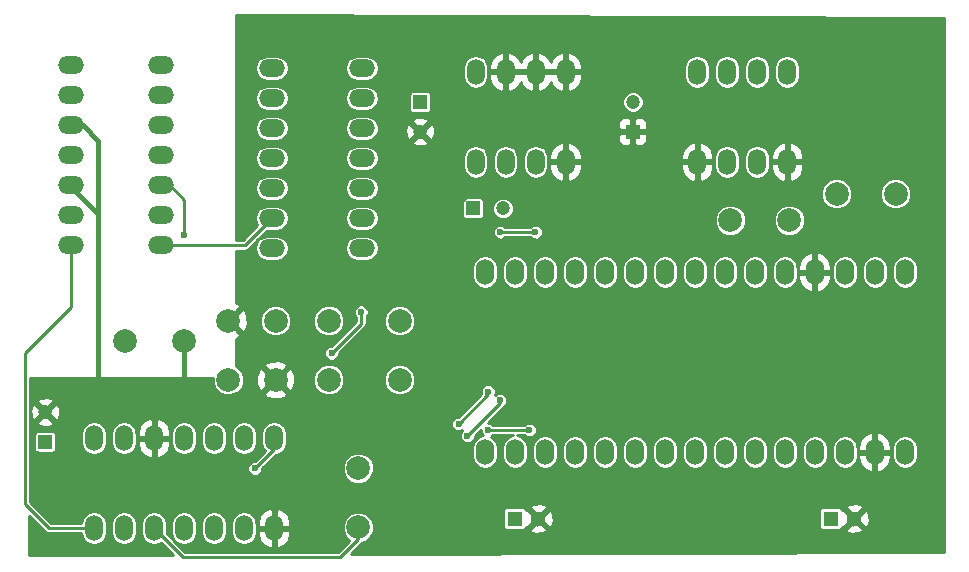
<source format=gbr>
G04 #@! TF.FileFunction,Copper,L2,Bot,Signal*
%FSLAX46Y46*%
G04 Gerber Fmt 4.6, Leading zero omitted, Abs format (unit mm)*
G04 Created by KiCad (PCBNEW 4.0.4-stable) date Monday, December 05, 2016 'PMt' 07:15:31 PM*
%MOMM*%
%LPD*%
G01*
G04 APERTURE LIST*
%ADD10C,0.100000*%
%ADD11R,1.200000X1.200000*%
%ADD12C,1.200000*%
%ADD13R,1.300000X1.300000*%
%ADD14C,1.300000*%
%ADD15O,1.524000X2.199640*%
%ADD16O,1.524000X2.197100*%
%ADD17O,2.199640X1.501140*%
%ADD18O,1.501140X2.199640*%
%ADD19C,1.998980*%
%ADD20C,0.600000*%
%ADD21C,0.400000*%
%ADD22C,0.250000*%
%ADD23C,0.254000*%
G04 APERTURE END LIST*
D10*
D11*
X79250000Y-37250000D03*
D12*
X79250000Y-39750000D03*
D11*
X47500000Y-66000000D03*
D12*
X47500000Y-63500000D03*
D11*
X83750000Y-46250000D03*
D12*
X86250000Y-46250000D03*
D11*
X97250000Y-39750000D03*
D12*
X97250000Y-37250000D03*
D13*
X114000000Y-72500000D03*
D14*
X116000000Y-72500000D03*
D13*
X87250000Y-72500000D03*
D14*
X89250000Y-72500000D03*
D15*
X120280000Y-51630000D03*
X117740000Y-51630000D03*
X115200000Y-51630000D03*
X112660000Y-51630000D03*
X110120000Y-51630000D03*
X107580000Y-51630000D03*
X105040000Y-51630000D03*
X102500000Y-51630000D03*
X99960000Y-51630000D03*
X97420000Y-51630000D03*
X94880000Y-51630000D03*
X92340000Y-51630000D03*
X89800000Y-51630000D03*
X87260000Y-51630000D03*
X84720000Y-51630000D03*
X84720000Y-66870000D03*
X87260000Y-66870000D03*
X89800000Y-66870000D03*
X92340000Y-66870000D03*
D16*
X94880000Y-66870000D03*
X97420000Y-66870000D03*
X99960000Y-66870000D03*
X102500000Y-66870000D03*
X105040000Y-66870000D03*
X107580000Y-66870000D03*
X110120000Y-66870000D03*
X112660000Y-66870000D03*
X115200000Y-66870000D03*
X117740000Y-66870000D03*
X120280000Y-66870000D03*
D17*
X57310000Y-49370000D03*
X57310000Y-46830000D03*
X57310000Y-44290000D03*
X57310000Y-41750000D03*
X57310000Y-39210000D03*
X57310000Y-36670000D03*
X57310000Y-34130000D03*
X49690000Y-34130000D03*
X49690000Y-36670000D03*
X49690000Y-39210000D03*
X49690000Y-41750000D03*
X49690000Y-44290000D03*
X49690000Y-46830000D03*
X49690000Y-49370000D03*
X66690000Y-34380000D03*
X66690000Y-36920000D03*
X66690000Y-39460000D03*
X66690000Y-42000000D03*
X66690000Y-44540000D03*
X66690000Y-47080000D03*
X66690000Y-49620000D03*
X74310000Y-49620000D03*
X74310000Y-47080000D03*
X74310000Y-44540000D03*
X74310000Y-42000000D03*
X74310000Y-39460000D03*
X74310000Y-36920000D03*
X74310000Y-34380000D03*
D18*
X83940000Y-42310000D03*
X86480000Y-42310000D03*
X89020000Y-42310000D03*
X91560000Y-42310000D03*
X91560000Y-34690000D03*
X89020000Y-34690000D03*
X86480000Y-34690000D03*
X83940000Y-34690000D03*
X51630000Y-73310000D03*
X54170000Y-73310000D03*
X56710000Y-73310000D03*
X59250000Y-73310000D03*
X61790000Y-73310000D03*
X64330000Y-73310000D03*
X66870000Y-73310000D03*
X66870000Y-65690000D03*
X64330000Y-65690000D03*
X61790000Y-65690000D03*
X59250000Y-65690000D03*
X56710000Y-65690000D03*
X54170000Y-65690000D03*
X51630000Y-65690000D03*
X102690000Y-42310000D03*
X105230000Y-42310000D03*
X107770000Y-42310000D03*
X110310000Y-42310000D03*
X110310000Y-34690000D03*
X107770000Y-34690000D03*
X105230000Y-34690000D03*
X102690000Y-34690000D03*
D19*
X54250640Y-57500000D03*
X59251900Y-57500000D03*
X71500000Y-60749360D03*
X71500000Y-55748100D03*
X67000000Y-55750640D03*
X67000000Y-60751900D03*
X74000000Y-68250640D03*
X74000000Y-73251900D03*
X77500000Y-60749360D03*
X77500000Y-55748100D03*
X63000000Y-60749360D03*
X63000000Y-55748100D03*
X110499360Y-47250000D03*
X105498100Y-47250000D03*
X119499360Y-45000000D03*
X114498100Y-45000000D03*
D20*
X89000000Y-48250000D03*
X86000000Y-48250000D03*
X71750000Y-58500000D03*
X74250000Y-55000000D03*
X65250000Y-68250000D03*
X88500000Y-65000000D03*
X85000000Y-65000000D03*
X83250000Y-65500000D03*
X86000000Y-62500000D03*
X82500000Y-64500000D03*
X85000000Y-61750000D03*
X59250000Y-48500000D03*
D21*
X59251900Y-57500000D02*
X59251900Y-61248100D01*
X59251900Y-61248100D02*
X59250000Y-61250000D01*
X49690000Y-44290000D02*
X49690000Y-44440000D01*
X49690000Y-44440000D02*
X52000000Y-46750000D01*
X49690000Y-39210000D02*
X50710000Y-39210000D01*
X50710000Y-39210000D02*
X52000000Y-40500000D01*
X52000000Y-40500000D02*
X52000000Y-46750000D01*
X52000000Y-46750000D02*
X52000000Y-61250000D01*
D22*
X86000000Y-48250000D02*
X89000000Y-48250000D01*
X71750000Y-58500000D02*
X74250000Y-56000000D01*
X74250000Y-56000000D02*
X74250000Y-55000000D01*
X66870000Y-65690000D02*
X66870000Y-66630000D01*
X66870000Y-66630000D02*
X65250000Y-68250000D01*
X85000000Y-65000000D02*
X88500000Y-65000000D01*
X83250000Y-65500000D02*
X86000000Y-62750000D01*
X86000000Y-62750000D02*
X86000000Y-62500000D01*
X82500000Y-64500000D02*
X85000000Y-62000000D01*
X85000000Y-62000000D02*
X85000000Y-61750000D01*
X57310000Y-49370000D02*
X64400000Y-49370000D01*
X64400000Y-49370000D02*
X66690000Y-47080000D01*
X57310000Y-44290000D02*
X58040000Y-44290000D01*
X58040000Y-44290000D02*
X59250000Y-45500000D01*
X59250000Y-45500000D02*
X59250000Y-48500000D01*
X49690000Y-49370000D02*
X49690000Y-54560000D01*
X47810000Y-73310000D02*
X51630000Y-73310000D01*
X45750000Y-71250000D02*
X47810000Y-73310000D01*
X45750000Y-58500000D02*
X45750000Y-71250000D01*
X49690000Y-54560000D02*
X45750000Y-58500000D01*
X74000000Y-73251900D02*
X74000000Y-74250000D01*
X74000000Y-74250000D02*
X72500000Y-75750000D01*
X72500000Y-75750000D02*
X59150000Y-75750000D01*
X59150000Y-75750000D02*
X56710000Y-73310000D01*
D23*
G36*
X123623000Y-30126474D02*
X123623000Y-75373408D01*
X73354180Y-75535044D01*
X74319612Y-74569613D01*
X74333006Y-74549568D01*
X74750414Y-74377099D01*
X75123887Y-74004277D01*
X75326259Y-73516913D01*
X75326719Y-72989203D01*
X75125199Y-72501486D01*
X74752377Y-72128013D01*
X74265013Y-71925641D01*
X73737303Y-71925181D01*
X73249586Y-72126701D01*
X72876113Y-72499523D01*
X72673741Y-72986887D01*
X72673281Y-73514597D01*
X72874801Y-74002314D01*
X73241311Y-74369464D01*
X72312776Y-75298000D01*
X59337224Y-75298000D01*
X58489071Y-74449847D01*
X58837632Y-74682748D01*
X59250000Y-74764773D01*
X59662368Y-74682748D01*
X60011957Y-74449160D01*
X60245545Y-74099571D01*
X60327570Y-73687203D01*
X60327570Y-72932797D01*
X60712430Y-72932797D01*
X60712430Y-73687203D01*
X60794455Y-74099571D01*
X61028043Y-74449160D01*
X61377632Y-74682748D01*
X61790000Y-74764773D01*
X62202368Y-74682748D01*
X62551957Y-74449160D01*
X62785545Y-74099571D01*
X62867570Y-73687203D01*
X62867570Y-72932797D01*
X63252430Y-72932797D01*
X63252430Y-73687203D01*
X63334455Y-74099571D01*
X63568043Y-74449160D01*
X63917632Y-74682748D01*
X64330000Y-74764773D01*
X64742368Y-74682748D01*
X65091957Y-74449160D01*
X65325545Y-74099571D01*
X65407570Y-73687203D01*
X65407570Y-73437000D01*
X65484430Y-73437000D01*
X65484430Y-73786250D01*
X65638501Y-74306817D01*
X65980056Y-74728798D01*
X66457097Y-74987950D01*
X66528725Y-75002133D01*
X66743000Y-74879479D01*
X66743000Y-73437000D01*
X66997000Y-73437000D01*
X66997000Y-74879479D01*
X67211275Y-75002133D01*
X67282903Y-74987950D01*
X67759944Y-74728798D01*
X68101499Y-74306817D01*
X68255570Y-73786250D01*
X68255570Y-73437000D01*
X66997000Y-73437000D01*
X66743000Y-73437000D01*
X65484430Y-73437000D01*
X65407570Y-73437000D01*
X65407570Y-72932797D01*
X65387869Y-72833750D01*
X65484430Y-72833750D01*
X65484430Y-73183000D01*
X66743000Y-73183000D01*
X66743000Y-71740521D01*
X66997000Y-71740521D01*
X66997000Y-73183000D01*
X68255570Y-73183000D01*
X68255570Y-72833750D01*
X68101499Y-72313183D01*
X67759944Y-71891202D01*
X67684101Y-71850000D01*
X86266594Y-71850000D01*
X86266594Y-73150000D01*
X86289395Y-73271179D01*
X86361012Y-73382474D01*
X86470286Y-73457138D01*
X86600000Y-73483406D01*
X87900000Y-73483406D01*
X88021179Y-73460605D01*
X88116890Y-73399016D01*
X88530590Y-73399016D01*
X88586271Y-73629611D01*
X89069078Y-73797622D01*
X89579428Y-73768083D01*
X89913729Y-73629611D01*
X89969410Y-73399016D01*
X89250000Y-72679605D01*
X88530590Y-73399016D01*
X88116890Y-73399016D01*
X88132474Y-73388988D01*
X88207138Y-73279714D01*
X88225487Y-73189107D01*
X88350984Y-73219410D01*
X89070395Y-72500000D01*
X89429605Y-72500000D01*
X90149016Y-73219410D01*
X90379611Y-73163729D01*
X90547622Y-72680922D01*
X90518083Y-72170572D01*
X90385298Y-71850000D01*
X113016594Y-71850000D01*
X113016594Y-73150000D01*
X113039395Y-73271179D01*
X113111012Y-73382474D01*
X113220286Y-73457138D01*
X113350000Y-73483406D01*
X114650000Y-73483406D01*
X114771179Y-73460605D01*
X114866890Y-73399016D01*
X115280590Y-73399016D01*
X115336271Y-73629611D01*
X115819078Y-73797622D01*
X116329428Y-73768083D01*
X116663729Y-73629611D01*
X116719410Y-73399016D01*
X116000000Y-72679605D01*
X115280590Y-73399016D01*
X114866890Y-73399016D01*
X114882474Y-73388988D01*
X114957138Y-73279714D01*
X114975487Y-73189107D01*
X115100984Y-73219410D01*
X115820395Y-72500000D01*
X116179605Y-72500000D01*
X116899016Y-73219410D01*
X117129611Y-73163729D01*
X117297622Y-72680922D01*
X117268083Y-72170572D01*
X117129611Y-71836271D01*
X116899016Y-71780590D01*
X116179605Y-72500000D01*
X115820395Y-72500000D01*
X115100984Y-71780590D01*
X114976023Y-71810764D01*
X114960605Y-71728821D01*
X114888988Y-71617526D01*
X114864779Y-71600984D01*
X115280590Y-71600984D01*
X116000000Y-72320395D01*
X116719410Y-71600984D01*
X116663729Y-71370389D01*
X116180922Y-71202378D01*
X115670572Y-71231917D01*
X115336271Y-71370389D01*
X115280590Y-71600984D01*
X114864779Y-71600984D01*
X114779714Y-71542862D01*
X114650000Y-71516594D01*
X113350000Y-71516594D01*
X113228821Y-71539395D01*
X113117526Y-71611012D01*
X113042862Y-71720286D01*
X113016594Y-71850000D01*
X90385298Y-71850000D01*
X90379611Y-71836271D01*
X90149016Y-71780590D01*
X89429605Y-72500000D01*
X89070395Y-72500000D01*
X88350984Y-71780590D01*
X88226023Y-71810764D01*
X88210605Y-71728821D01*
X88138988Y-71617526D01*
X88114779Y-71600984D01*
X88530590Y-71600984D01*
X89250000Y-72320395D01*
X89969410Y-71600984D01*
X89913729Y-71370389D01*
X89430922Y-71202378D01*
X88920572Y-71231917D01*
X88586271Y-71370389D01*
X88530590Y-71600984D01*
X88114779Y-71600984D01*
X88029714Y-71542862D01*
X87900000Y-71516594D01*
X86600000Y-71516594D01*
X86478821Y-71539395D01*
X86367526Y-71611012D01*
X86292862Y-71720286D01*
X86266594Y-71850000D01*
X67684101Y-71850000D01*
X67282903Y-71632050D01*
X67211275Y-71617867D01*
X66997000Y-71740521D01*
X66743000Y-71740521D01*
X66528725Y-71617867D01*
X66457097Y-71632050D01*
X65980056Y-71891202D01*
X65638501Y-72313183D01*
X65484430Y-72833750D01*
X65387869Y-72833750D01*
X65325545Y-72520429D01*
X65091957Y-72170840D01*
X64742368Y-71937252D01*
X64330000Y-71855227D01*
X63917632Y-71937252D01*
X63568043Y-72170840D01*
X63334455Y-72520429D01*
X63252430Y-72932797D01*
X62867570Y-72932797D01*
X62785545Y-72520429D01*
X62551957Y-72170840D01*
X62202368Y-71937252D01*
X61790000Y-71855227D01*
X61377632Y-71937252D01*
X61028043Y-72170840D01*
X60794455Y-72520429D01*
X60712430Y-72932797D01*
X60327570Y-72932797D01*
X60245545Y-72520429D01*
X60011957Y-72170840D01*
X59662368Y-71937252D01*
X59250000Y-71855227D01*
X58837632Y-71937252D01*
X58488043Y-72170840D01*
X58254455Y-72520429D01*
X58172430Y-72932797D01*
X58172430Y-73687203D01*
X58254455Y-74099571D01*
X58487356Y-74448132D01*
X57777426Y-73738202D01*
X57787570Y-73687203D01*
X57787570Y-72932797D01*
X57705545Y-72520429D01*
X57471957Y-72170840D01*
X57122368Y-71937252D01*
X56710000Y-71855227D01*
X56297632Y-71937252D01*
X55948043Y-72170840D01*
X55714455Y-72520429D01*
X55632430Y-72932797D01*
X55632430Y-73687203D01*
X55714455Y-74099571D01*
X55948043Y-74449160D01*
X56297632Y-74682748D01*
X56710000Y-74764773D01*
X57122368Y-74682748D01*
X57314887Y-74554111D01*
X58344084Y-75583308D01*
X46127000Y-75622591D01*
X46127000Y-72266224D01*
X47490388Y-73629612D01*
X47637027Y-73727594D01*
X47810000Y-73762000D01*
X50567308Y-73762000D01*
X50634455Y-74099571D01*
X50868043Y-74449160D01*
X51217632Y-74682748D01*
X51630000Y-74764773D01*
X52042368Y-74682748D01*
X52391957Y-74449160D01*
X52625545Y-74099571D01*
X52707570Y-73687203D01*
X52707570Y-72932797D01*
X53092430Y-72932797D01*
X53092430Y-73687203D01*
X53174455Y-74099571D01*
X53408043Y-74449160D01*
X53757632Y-74682748D01*
X54170000Y-74764773D01*
X54582368Y-74682748D01*
X54931957Y-74449160D01*
X55165545Y-74099571D01*
X55247570Y-73687203D01*
X55247570Y-72932797D01*
X55165545Y-72520429D01*
X54931957Y-72170840D01*
X54582368Y-71937252D01*
X54170000Y-71855227D01*
X53757632Y-71937252D01*
X53408043Y-72170840D01*
X53174455Y-72520429D01*
X53092430Y-72932797D01*
X52707570Y-72932797D01*
X52625545Y-72520429D01*
X52391957Y-72170840D01*
X52042368Y-71937252D01*
X51630000Y-71855227D01*
X51217632Y-71937252D01*
X50868043Y-72170840D01*
X50634455Y-72520429D01*
X50567308Y-72858000D01*
X47997224Y-72858000D01*
X46202000Y-71062776D01*
X46202000Y-68374171D01*
X64622891Y-68374171D01*
X64718145Y-68604703D01*
X64894369Y-68781235D01*
X65124735Y-68876891D01*
X65374171Y-68877109D01*
X65604703Y-68781855D01*
X65781235Y-68605631D01*
X65819558Y-68513337D01*
X72673281Y-68513337D01*
X72874801Y-69001054D01*
X73247623Y-69374527D01*
X73734987Y-69576899D01*
X74262697Y-69577359D01*
X74750414Y-69375839D01*
X75123887Y-69003017D01*
X75326259Y-68515653D01*
X75326719Y-67987943D01*
X75125199Y-67500226D01*
X74752377Y-67126753D01*
X74265013Y-66924381D01*
X73737303Y-66923921D01*
X73249586Y-67125441D01*
X72876113Y-67498263D01*
X72673741Y-67985627D01*
X72673281Y-68513337D01*
X65819558Y-68513337D01*
X65876891Y-68375265D01*
X65876990Y-68262234D01*
X67025352Y-67113872D01*
X67282368Y-67062748D01*
X67631957Y-66829160D01*
X67865545Y-66479571D01*
X67947570Y-66067203D01*
X67947570Y-65312797D01*
X67865545Y-64900429D01*
X67680956Y-64624171D01*
X81872891Y-64624171D01*
X81968145Y-64854703D01*
X82144369Y-65031235D01*
X82374735Y-65126891D01*
X82624171Y-65127109D01*
X82815072Y-65048230D01*
X82718765Y-65144369D01*
X82623109Y-65374735D01*
X82622891Y-65624171D01*
X82718145Y-65854703D01*
X82894369Y-66031235D01*
X83124735Y-66126891D01*
X83374171Y-66127109D01*
X83604703Y-66031855D01*
X83781235Y-65855631D01*
X83876891Y-65625265D01*
X83876990Y-65512234D01*
X84372985Y-65016239D01*
X84372891Y-65124171D01*
X84468145Y-65354703D01*
X84560279Y-65446998D01*
X84303258Y-65498122D01*
X83949961Y-65734188D01*
X83713895Y-66087485D01*
X83631000Y-66504227D01*
X83631000Y-67235773D01*
X83713895Y-67652515D01*
X83949961Y-68005812D01*
X84303258Y-68241878D01*
X84720000Y-68324773D01*
X85136742Y-68241878D01*
X85490039Y-68005812D01*
X85726105Y-67652515D01*
X85809000Y-67235773D01*
X85809000Y-66504227D01*
X85726105Y-66087485D01*
X85490039Y-65734188D01*
X85251219Y-65574614D01*
X85354703Y-65531855D01*
X85434698Y-65452000D01*
X87075129Y-65452000D01*
X86843258Y-65498122D01*
X86489961Y-65734188D01*
X86253895Y-66087485D01*
X86171000Y-66504227D01*
X86171000Y-67235773D01*
X86253895Y-67652515D01*
X86489961Y-68005812D01*
X86843258Y-68241878D01*
X87260000Y-68324773D01*
X87676742Y-68241878D01*
X88030039Y-68005812D01*
X88266105Y-67652515D01*
X88349000Y-67235773D01*
X88349000Y-66504227D01*
X88711000Y-66504227D01*
X88711000Y-67235773D01*
X88793895Y-67652515D01*
X89029961Y-68005812D01*
X89383258Y-68241878D01*
X89800000Y-68324773D01*
X90216742Y-68241878D01*
X90570039Y-68005812D01*
X90806105Y-67652515D01*
X90889000Y-67235773D01*
X90889000Y-66504227D01*
X91251000Y-66504227D01*
X91251000Y-67235773D01*
X91333895Y-67652515D01*
X91569961Y-68005812D01*
X91923258Y-68241878D01*
X92340000Y-68324773D01*
X92756742Y-68241878D01*
X93110039Y-68005812D01*
X93346105Y-67652515D01*
X93429000Y-67235773D01*
X93429000Y-66505522D01*
X93791000Y-66505522D01*
X93791000Y-67234478D01*
X93873895Y-67651220D01*
X94109961Y-68004517D01*
X94463258Y-68240583D01*
X94880000Y-68323478D01*
X95296742Y-68240583D01*
X95650039Y-68004517D01*
X95886105Y-67651220D01*
X95969000Y-67234478D01*
X95969000Y-66505522D01*
X96331000Y-66505522D01*
X96331000Y-67234478D01*
X96413895Y-67651220D01*
X96649961Y-68004517D01*
X97003258Y-68240583D01*
X97420000Y-68323478D01*
X97836742Y-68240583D01*
X98190039Y-68004517D01*
X98426105Y-67651220D01*
X98509000Y-67234478D01*
X98509000Y-66505522D01*
X98871000Y-66505522D01*
X98871000Y-67234478D01*
X98953895Y-67651220D01*
X99189961Y-68004517D01*
X99543258Y-68240583D01*
X99960000Y-68323478D01*
X100376742Y-68240583D01*
X100730039Y-68004517D01*
X100966105Y-67651220D01*
X101049000Y-67234478D01*
X101049000Y-66505522D01*
X101411000Y-66505522D01*
X101411000Y-67234478D01*
X101493895Y-67651220D01*
X101729961Y-68004517D01*
X102083258Y-68240583D01*
X102500000Y-68323478D01*
X102916742Y-68240583D01*
X103270039Y-68004517D01*
X103506105Y-67651220D01*
X103589000Y-67234478D01*
X103589000Y-66505522D01*
X103951000Y-66505522D01*
X103951000Y-67234478D01*
X104033895Y-67651220D01*
X104269961Y-68004517D01*
X104623258Y-68240583D01*
X105040000Y-68323478D01*
X105456742Y-68240583D01*
X105810039Y-68004517D01*
X106046105Y-67651220D01*
X106129000Y-67234478D01*
X106129000Y-66505522D01*
X106491000Y-66505522D01*
X106491000Y-67234478D01*
X106573895Y-67651220D01*
X106809961Y-68004517D01*
X107163258Y-68240583D01*
X107580000Y-68323478D01*
X107996742Y-68240583D01*
X108350039Y-68004517D01*
X108586105Y-67651220D01*
X108669000Y-67234478D01*
X108669000Y-66505522D01*
X109031000Y-66505522D01*
X109031000Y-67234478D01*
X109113895Y-67651220D01*
X109349961Y-68004517D01*
X109703258Y-68240583D01*
X110120000Y-68323478D01*
X110536742Y-68240583D01*
X110890039Y-68004517D01*
X111126105Y-67651220D01*
X111209000Y-67234478D01*
X111209000Y-66505522D01*
X111571000Y-66505522D01*
X111571000Y-67234478D01*
X111653895Y-67651220D01*
X111889961Y-68004517D01*
X112243258Y-68240583D01*
X112660000Y-68323478D01*
X113076742Y-68240583D01*
X113430039Y-68004517D01*
X113666105Y-67651220D01*
X113749000Y-67234478D01*
X113749000Y-66505522D01*
X114111000Y-66505522D01*
X114111000Y-67234478D01*
X114193895Y-67651220D01*
X114429961Y-68004517D01*
X114783258Y-68240583D01*
X115200000Y-68323478D01*
X115616742Y-68240583D01*
X115970039Y-68004517D01*
X116206105Y-67651220D01*
X116289000Y-67234478D01*
X116289000Y-66997000D01*
X116343000Y-66997000D01*
X116343000Y-67333550D01*
X116497941Y-67858491D01*
X116841974Y-68284180D01*
X117322723Y-68545810D01*
X117396930Y-68560770D01*
X117613000Y-68438270D01*
X117613000Y-66997000D01*
X117867000Y-66997000D01*
X117867000Y-68438270D01*
X118083070Y-68560770D01*
X118157277Y-68545810D01*
X118638026Y-68284180D01*
X118982059Y-67858491D01*
X119137000Y-67333550D01*
X119137000Y-66997000D01*
X117867000Y-66997000D01*
X117613000Y-66997000D01*
X116343000Y-66997000D01*
X116289000Y-66997000D01*
X116289000Y-66505522D01*
X116269294Y-66406450D01*
X116343000Y-66406450D01*
X116343000Y-66743000D01*
X117613000Y-66743000D01*
X117613000Y-65301730D01*
X117867000Y-65301730D01*
X117867000Y-66743000D01*
X119137000Y-66743000D01*
X119137000Y-66505522D01*
X119191000Y-66505522D01*
X119191000Y-67234478D01*
X119273895Y-67651220D01*
X119509961Y-68004517D01*
X119863258Y-68240583D01*
X120280000Y-68323478D01*
X120696742Y-68240583D01*
X121050039Y-68004517D01*
X121286105Y-67651220D01*
X121369000Y-67234478D01*
X121369000Y-66505522D01*
X121286105Y-66088780D01*
X121050039Y-65735483D01*
X120696742Y-65499417D01*
X120280000Y-65416522D01*
X119863258Y-65499417D01*
X119509961Y-65735483D01*
X119273895Y-66088780D01*
X119191000Y-66505522D01*
X119137000Y-66505522D01*
X119137000Y-66406450D01*
X118982059Y-65881509D01*
X118638026Y-65455820D01*
X118157277Y-65194190D01*
X118083070Y-65179230D01*
X117867000Y-65301730D01*
X117613000Y-65301730D01*
X117396930Y-65179230D01*
X117322723Y-65194190D01*
X116841974Y-65455820D01*
X116497941Y-65881509D01*
X116343000Y-66406450D01*
X116269294Y-66406450D01*
X116206105Y-66088780D01*
X115970039Y-65735483D01*
X115616742Y-65499417D01*
X115200000Y-65416522D01*
X114783258Y-65499417D01*
X114429961Y-65735483D01*
X114193895Y-66088780D01*
X114111000Y-66505522D01*
X113749000Y-66505522D01*
X113666105Y-66088780D01*
X113430039Y-65735483D01*
X113076742Y-65499417D01*
X112660000Y-65416522D01*
X112243258Y-65499417D01*
X111889961Y-65735483D01*
X111653895Y-66088780D01*
X111571000Y-66505522D01*
X111209000Y-66505522D01*
X111126105Y-66088780D01*
X110890039Y-65735483D01*
X110536742Y-65499417D01*
X110120000Y-65416522D01*
X109703258Y-65499417D01*
X109349961Y-65735483D01*
X109113895Y-66088780D01*
X109031000Y-66505522D01*
X108669000Y-66505522D01*
X108586105Y-66088780D01*
X108350039Y-65735483D01*
X107996742Y-65499417D01*
X107580000Y-65416522D01*
X107163258Y-65499417D01*
X106809961Y-65735483D01*
X106573895Y-66088780D01*
X106491000Y-66505522D01*
X106129000Y-66505522D01*
X106046105Y-66088780D01*
X105810039Y-65735483D01*
X105456742Y-65499417D01*
X105040000Y-65416522D01*
X104623258Y-65499417D01*
X104269961Y-65735483D01*
X104033895Y-66088780D01*
X103951000Y-66505522D01*
X103589000Y-66505522D01*
X103506105Y-66088780D01*
X103270039Y-65735483D01*
X102916742Y-65499417D01*
X102500000Y-65416522D01*
X102083258Y-65499417D01*
X101729961Y-65735483D01*
X101493895Y-66088780D01*
X101411000Y-66505522D01*
X101049000Y-66505522D01*
X100966105Y-66088780D01*
X100730039Y-65735483D01*
X100376742Y-65499417D01*
X99960000Y-65416522D01*
X99543258Y-65499417D01*
X99189961Y-65735483D01*
X98953895Y-66088780D01*
X98871000Y-66505522D01*
X98509000Y-66505522D01*
X98426105Y-66088780D01*
X98190039Y-65735483D01*
X97836742Y-65499417D01*
X97420000Y-65416522D01*
X97003258Y-65499417D01*
X96649961Y-65735483D01*
X96413895Y-66088780D01*
X96331000Y-66505522D01*
X95969000Y-66505522D01*
X95886105Y-66088780D01*
X95650039Y-65735483D01*
X95296742Y-65499417D01*
X94880000Y-65416522D01*
X94463258Y-65499417D01*
X94109961Y-65735483D01*
X93873895Y-66088780D01*
X93791000Y-66505522D01*
X93429000Y-66505522D01*
X93429000Y-66504227D01*
X93346105Y-66087485D01*
X93110039Y-65734188D01*
X92756742Y-65498122D01*
X92340000Y-65415227D01*
X91923258Y-65498122D01*
X91569961Y-65734188D01*
X91333895Y-66087485D01*
X91251000Y-66504227D01*
X90889000Y-66504227D01*
X90806105Y-66087485D01*
X90570039Y-65734188D01*
X90216742Y-65498122D01*
X89800000Y-65415227D01*
X89383258Y-65498122D01*
X89029961Y-65734188D01*
X88793895Y-66087485D01*
X88711000Y-66504227D01*
X88349000Y-66504227D01*
X88266105Y-66087485D01*
X88030039Y-65734188D01*
X87676742Y-65498122D01*
X87444871Y-65452000D01*
X88065272Y-65452000D01*
X88144369Y-65531235D01*
X88374735Y-65626891D01*
X88624171Y-65627109D01*
X88854703Y-65531855D01*
X89031235Y-65355631D01*
X89126891Y-65125265D01*
X89127109Y-64875829D01*
X89031855Y-64645297D01*
X88855631Y-64468765D01*
X88625265Y-64373109D01*
X88375829Y-64372891D01*
X88145297Y-64468145D01*
X88065302Y-64548000D01*
X85434728Y-64548000D01*
X85355631Y-64468765D01*
X85125265Y-64373109D01*
X85016210Y-64373014D01*
X86319612Y-63069612D01*
X86341079Y-63037484D01*
X86354703Y-63031855D01*
X86531235Y-62855631D01*
X86626891Y-62625265D01*
X86627109Y-62375829D01*
X86531855Y-62145297D01*
X86355631Y-61968765D01*
X86125265Y-61873109D01*
X85875829Y-61872891D01*
X85645297Y-61968145D01*
X85547989Y-62065284D01*
X85626891Y-61875265D01*
X85627109Y-61625829D01*
X85531855Y-61395297D01*
X85355631Y-61218765D01*
X85125265Y-61123109D01*
X84875829Y-61122891D01*
X84645297Y-61218145D01*
X84468765Y-61394369D01*
X84373109Y-61624735D01*
X84372891Y-61874171D01*
X84406139Y-61954637D01*
X82487787Y-63872989D01*
X82375829Y-63872891D01*
X82145297Y-63968145D01*
X81968765Y-64144369D01*
X81873109Y-64374735D01*
X81872891Y-64624171D01*
X67680956Y-64624171D01*
X67631957Y-64550840D01*
X67282368Y-64317252D01*
X66870000Y-64235227D01*
X66457632Y-64317252D01*
X66108043Y-64550840D01*
X65874455Y-64900429D01*
X65792430Y-65312797D01*
X65792430Y-66067203D01*
X65874455Y-66479571D01*
X66077431Y-66783345D01*
X65237787Y-67622989D01*
X65125829Y-67622891D01*
X64895297Y-67718145D01*
X64718765Y-67894369D01*
X64623109Y-68124735D01*
X64622891Y-68374171D01*
X46202000Y-68374171D01*
X46202000Y-65400000D01*
X46566594Y-65400000D01*
X46566594Y-66600000D01*
X46589395Y-66721179D01*
X46661012Y-66832474D01*
X46770286Y-66907138D01*
X46900000Y-66933406D01*
X48100000Y-66933406D01*
X48221179Y-66910605D01*
X48332474Y-66838988D01*
X48407138Y-66729714D01*
X48433406Y-66600000D01*
X48433406Y-65400000D01*
X48416998Y-65312797D01*
X50552430Y-65312797D01*
X50552430Y-66067203D01*
X50634455Y-66479571D01*
X50868043Y-66829160D01*
X51217632Y-67062748D01*
X51630000Y-67144773D01*
X52042368Y-67062748D01*
X52391957Y-66829160D01*
X52625545Y-66479571D01*
X52707570Y-66067203D01*
X52707570Y-65312797D01*
X53092430Y-65312797D01*
X53092430Y-66067203D01*
X53174455Y-66479571D01*
X53408043Y-66829160D01*
X53757632Y-67062748D01*
X54170000Y-67144773D01*
X54582368Y-67062748D01*
X54931957Y-66829160D01*
X55165545Y-66479571D01*
X55247570Y-66067203D01*
X55247570Y-65817000D01*
X55324430Y-65817000D01*
X55324430Y-66166250D01*
X55478501Y-66686817D01*
X55820056Y-67108798D01*
X56297097Y-67367950D01*
X56368725Y-67382133D01*
X56583000Y-67259479D01*
X56583000Y-65817000D01*
X56837000Y-65817000D01*
X56837000Y-67259479D01*
X57051275Y-67382133D01*
X57122903Y-67367950D01*
X57599944Y-67108798D01*
X57941499Y-66686817D01*
X58095570Y-66166250D01*
X58095570Y-65817000D01*
X56837000Y-65817000D01*
X56583000Y-65817000D01*
X55324430Y-65817000D01*
X55247570Y-65817000D01*
X55247570Y-65312797D01*
X55227869Y-65213750D01*
X55324430Y-65213750D01*
X55324430Y-65563000D01*
X56583000Y-65563000D01*
X56583000Y-64120521D01*
X56837000Y-64120521D01*
X56837000Y-65563000D01*
X58095570Y-65563000D01*
X58095570Y-65312797D01*
X58172430Y-65312797D01*
X58172430Y-66067203D01*
X58254455Y-66479571D01*
X58488043Y-66829160D01*
X58837632Y-67062748D01*
X59250000Y-67144773D01*
X59662368Y-67062748D01*
X60011957Y-66829160D01*
X60245545Y-66479571D01*
X60327570Y-66067203D01*
X60327570Y-65312797D01*
X60712430Y-65312797D01*
X60712430Y-66067203D01*
X60794455Y-66479571D01*
X61028043Y-66829160D01*
X61377632Y-67062748D01*
X61790000Y-67144773D01*
X62202368Y-67062748D01*
X62551957Y-66829160D01*
X62785545Y-66479571D01*
X62867570Y-66067203D01*
X62867570Y-65312797D01*
X63252430Y-65312797D01*
X63252430Y-66067203D01*
X63334455Y-66479571D01*
X63568043Y-66829160D01*
X63917632Y-67062748D01*
X64330000Y-67144773D01*
X64742368Y-67062748D01*
X65091957Y-66829160D01*
X65325545Y-66479571D01*
X65407570Y-66067203D01*
X65407570Y-65312797D01*
X65325545Y-64900429D01*
X65091957Y-64550840D01*
X64742368Y-64317252D01*
X64330000Y-64235227D01*
X63917632Y-64317252D01*
X63568043Y-64550840D01*
X63334455Y-64900429D01*
X63252430Y-65312797D01*
X62867570Y-65312797D01*
X62785545Y-64900429D01*
X62551957Y-64550840D01*
X62202368Y-64317252D01*
X61790000Y-64235227D01*
X61377632Y-64317252D01*
X61028043Y-64550840D01*
X60794455Y-64900429D01*
X60712430Y-65312797D01*
X60327570Y-65312797D01*
X60245545Y-64900429D01*
X60011957Y-64550840D01*
X59662368Y-64317252D01*
X59250000Y-64235227D01*
X58837632Y-64317252D01*
X58488043Y-64550840D01*
X58254455Y-64900429D01*
X58172430Y-65312797D01*
X58095570Y-65312797D01*
X58095570Y-65213750D01*
X57941499Y-64693183D01*
X57599944Y-64271202D01*
X57122903Y-64012050D01*
X57051275Y-63997867D01*
X56837000Y-64120521D01*
X56583000Y-64120521D01*
X56368725Y-63997867D01*
X56297097Y-64012050D01*
X55820056Y-64271202D01*
X55478501Y-64693183D01*
X55324430Y-65213750D01*
X55227869Y-65213750D01*
X55165545Y-64900429D01*
X54931957Y-64550840D01*
X54582368Y-64317252D01*
X54170000Y-64235227D01*
X53757632Y-64317252D01*
X53408043Y-64550840D01*
X53174455Y-64900429D01*
X53092430Y-65312797D01*
X52707570Y-65312797D01*
X52625545Y-64900429D01*
X52391957Y-64550840D01*
X52042368Y-64317252D01*
X51630000Y-64235227D01*
X51217632Y-64317252D01*
X50868043Y-64550840D01*
X50634455Y-64900429D01*
X50552430Y-65312797D01*
X48416998Y-65312797D01*
X48410605Y-65278821D01*
X48338988Y-65167526D01*
X48229714Y-65092862D01*
X48100000Y-65066594D01*
X46900000Y-65066594D01*
X46778821Y-65089395D01*
X46667526Y-65161012D01*
X46592862Y-65270286D01*
X46566594Y-65400000D01*
X46202000Y-65400000D01*
X46202000Y-64362735D01*
X46816870Y-64362735D01*
X46866383Y-64588164D01*
X47331036Y-64747807D01*
X47821413Y-64717482D01*
X48133617Y-64588164D01*
X48183130Y-64362735D01*
X47500000Y-63679605D01*
X46816870Y-64362735D01*
X46202000Y-64362735D01*
X46202000Y-63331036D01*
X46252193Y-63331036D01*
X46282518Y-63821413D01*
X46411836Y-64133617D01*
X46637265Y-64183130D01*
X47320395Y-63500000D01*
X47679605Y-63500000D01*
X48362735Y-64183130D01*
X48588164Y-64133617D01*
X48747807Y-63668964D01*
X48717482Y-63178587D01*
X48588164Y-62866383D01*
X48362735Y-62816870D01*
X47679605Y-63500000D01*
X47320395Y-63500000D01*
X46637265Y-62816870D01*
X46411836Y-62866383D01*
X46252193Y-63331036D01*
X46202000Y-63331036D01*
X46202000Y-62637265D01*
X46816870Y-62637265D01*
X47500000Y-63320395D01*
X48183130Y-62637265D01*
X48133617Y-62411836D01*
X47668964Y-62252193D01*
X47178587Y-62282518D01*
X46866383Y-62411836D01*
X46816870Y-62637265D01*
X46202000Y-62637265D01*
X46202000Y-60627000D01*
X61673617Y-60627000D01*
X61673281Y-61012057D01*
X61874801Y-61499774D01*
X62247623Y-61873247D01*
X62734987Y-62075619D01*
X63262697Y-62076079D01*
X63679008Y-61904063D01*
X66027443Y-61904063D01*
X66126042Y-62170865D01*
X66735582Y-62397301D01*
X67385377Y-62373241D01*
X67873958Y-62170865D01*
X67972557Y-61904063D01*
X67000000Y-60931505D01*
X66027443Y-61904063D01*
X63679008Y-61904063D01*
X63750414Y-61874559D01*
X64123887Y-61501737D01*
X64326259Y-61014373D01*
X64326718Y-60487482D01*
X65354599Y-60487482D01*
X65378659Y-61137277D01*
X65581035Y-61625858D01*
X65847837Y-61724457D01*
X66820395Y-60751900D01*
X67179605Y-60751900D01*
X68152163Y-61724457D01*
X68418965Y-61625858D01*
X68645401Y-61016318D01*
X68645244Y-61012057D01*
X70173281Y-61012057D01*
X70374801Y-61499774D01*
X70747623Y-61873247D01*
X71234987Y-62075619D01*
X71762697Y-62076079D01*
X72250414Y-61874559D01*
X72623887Y-61501737D01*
X72826259Y-61014373D01*
X72826261Y-61012057D01*
X76173281Y-61012057D01*
X76374801Y-61499774D01*
X76747623Y-61873247D01*
X77234987Y-62075619D01*
X77762697Y-62076079D01*
X78250414Y-61874559D01*
X78623887Y-61501737D01*
X78826259Y-61014373D01*
X78826719Y-60486663D01*
X78625199Y-59998946D01*
X78252377Y-59625473D01*
X77765013Y-59423101D01*
X77237303Y-59422641D01*
X76749586Y-59624161D01*
X76376113Y-59996983D01*
X76173741Y-60484347D01*
X76173281Y-61012057D01*
X72826261Y-61012057D01*
X72826719Y-60486663D01*
X72625199Y-59998946D01*
X72252377Y-59625473D01*
X71765013Y-59423101D01*
X71237303Y-59422641D01*
X70749586Y-59624161D01*
X70376113Y-59996983D01*
X70173741Y-60484347D01*
X70173281Y-61012057D01*
X68645244Y-61012057D01*
X68621341Y-60366523D01*
X68418965Y-59877942D01*
X68152163Y-59779343D01*
X67179605Y-60751900D01*
X66820395Y-60751900D01*
X65847837Y-59779343D01*
X65581035Y-59877942D01*
X65354599Y-60487482D01*
X64326718Y-60487482D01*
X64326719Y-60486663D01*
X64125199Y-59998946D01*
X63752377Y-59625473D01*
X63690398Y-59599737D01*
X66027443Y-59599737D01*
X67000000Y-60572295D01*
X67972557Y-59599737D01*
X67873958Y-59332935D01*
X67264418Y-59106499D01*
X66614623Y-59130559D01*
X66126042Y-59332935D01*
X66027443Y-59599737D01*
X63690398Y-59599737D01*
X63627000Y-59573412D01*
X63627000Y-58624171D01*
X71122891Y-58624171D01*
X71218145Y-58854703D01*
X71394369Y-59031235D01*
X71624735Y-59126891D01*
X71874171Y-59127109D01*
X72104703Y-59031855D01*
X72281235Y-58855631D01*
X72376891Y-58625265D01*
X72376990Y-58512234D01*
X74569612Y-56319612D01*
X74667594Y-56172973D01*
X74699852Y-56010797D01*
X76173281Y-56010797D01*
X76374801Y-56498514D01*
X76747623Y-56871987D01*
X77234987Y-57074359D01*
X77762697Y-57074819D01*
X78250414Y-56873299D01*
X78623887Y-56500477D01*
X78826259Y-56013113D01*
X78826719Y-55485403D01*
X78625199Y-54997686D01*
X78252377Y-54624213D01*
X77765013Y-54421841D01*
X77237303Y-54421381D01*
X76749586Y-54622901D01*
X76376113Y-54995723D01*
X76173741Y-55483087D01*
X76173281Y-56010797D01*
X74699852Y-56010797D01*
X74702000Y-56000000D01*
X74702000Y-55434728D01*
X74781235Y-55355631D01*
X74876891Y-55125265D01*
X74877109Y-54875829D01*
X74781855Y-54645297D01*
X74605631Y-54468765D01*
X74375265Y-54373109D01*
X74125829Y-54372891D01*
X73895297Y-54468145D01*
X73718765Y-54644369D01*
X73623109Y-54874735D01*
X73622891Y-55124171D01*
X73718145Y-55354703D01*
X73798000Y-55434698D01*
X73798000Y-55812776D01*
X71737787Y-57872989D01*
X71625829Y-57872891D01*
X71395297Y-57968145D01*
X71218765Y-58144369D01*
X71123109Y-58374735D01*
X71122891Y-58624171D01*
X63627000Y-58624171D01*
X63627000Y-57269358D01*
X63873958Y-57167065D01*
X63972557Y-56900263D01*
X63627000Y-56554706D01*
X63627000Y-56195495D01*
X64152163Y-56720657D01*
X64418965Y-56622058D01*
X64645096Y-56013337D01*
X65673281Y-56013337D01*
X65874801Y-56501054D01*
X66247623Y-56874527D01*
X66734987Y-57076899D01*
X67262697Y-57077359D01*
X67750414Y-56875839D01*
X68123887Y-56503017D01*
X68326259Y-56015653D01*
X68326263Y-56010797D01*
X70173281Y-56010797D01*
X70374801Y-56498514D01*
X70747623Y-56871987D01*
X71234987Y-57074359D01*
X71762697Y-57074819D01*
X72250414Y-56873299D01*
X72623887Y-56500477D01*
X72826259Y-56013113D01*
X72826719Y-55485403D01*
X72625199Y-54997686D01*
X72252377Y-54624213D01*
X71765013Y-54421841D01*
X71237303Y-54421381D01*
X70749586Y-54622901D01*
X70376113Y-54995723D01*
X70173741Y-55483087D01*
X70173281Y-56010797D01*
X68326263Y-56010797D01*
X68326719Y-55487943D01*
X68125199Y-55000226D01*
X67752377Y-54626753D01*
X67265013Y-54424381D01*
X66737303Y-54423921D01*
X66249586Y-54625441D01*
X65876113Y-54998263D01*
X65673741Y-55485627D01*
X65673281Y-56013337D01*
X64645096Y-56013337D01*
X64645401Y-56012518D01*
X64621341Y-55362723D01*
X64418965Y-54874142D01*
X64152163Y-54775543D01*
X63627000Y-55300705D01*
X63627000Y-54941494D01*
X63972557Y-54595937D01*
X63873958Y-54329135D01*
X63627000Y-54237393D01*
X63627000Y-51264227D01*
X83631000Y-51264227D01*
X83631000Y-51995773D01*
X83713895Y-52412515D01*
X83949961Y-52765812D01*
X84303258Y-53001878D01*
X84720000Y-53084773D01*
X85136742Y-53001878D01*
X85490039Y-52765812D01*
X85726105Y-52412515D01*
X85809000Y-51995773D01*
X85809000Y-51264227D01*
X86171000Y-51264227D01*
X86171000Y-51995773D01*
X86253895Y-52412515D01*
X86489961Y-52765812D01*
X86843258Y-53001878D01*
X87260000Y-53084773D01*
X87676742Y-53001878D01*
X88030039Y-52765812D01*
X88266105Y-52412515D01*
X88349000Y-51995773D01*
X88349000Y-51264227D01*
X88711000Y-51264227D01*
X88711000Y-51995773D01*
X88793895Y-52412515D01*
X89029961Y-52765812D01*
X89383258Y-53001878D01*
X89800000Y-53084773D01*
X90216742Y-53001878D01*
X90570039Y-52765812D01*
X90806105Y-52412515D01*
X90889000Y-51995773D01*
X90889000Y-51264227D01*
X91251000Y-51264227D01*
X91251000Y-51995773D01*
X91333895Y-52412515D01*
X91569961Y-52765812D01*
X91923258Y-53001878D01*
X92340000Y-53084773D01*
X92756742Y-53001878D01*
X93110039Y-52765812D01*
X93346105Y-52412515D01*
X93429000Y-51995773D01*
X93429000Y-51264227D01*
X93791000Y-51264227D01*
X93791000Y-51995773D01*
X93873895Y-52412515D01*
X94109961Y-52765812D01*
X94463258Y-53001878D01*
X94880000Y-53084773D01*
X95296742Y-53001878D01*
X95650039Y-52765812D01*
X95886105Y-52412515D01*
X95969000Y-51995773D01*
X95969000Y-51264227D01*
X96331000Y-51264227D01*
X96331000Y-51995773D01*
X96413895Y-52412515D01*
X96649961Y-52765812D01*
X97003258Y-53001878D01*
X97420000Y-53084773D01*
X97836742Y-53001878D01*
X98190039Y-52765812D01*
X98426105Y-52412515D01*
X98509000Y-51995773D01*
X98509000Y-51264227D01*
X98871000Y-51264227D01*
X98871000Y-51995773D01*
X98953895Y-52412515D01*
X99189961Y-52765812D01*
X99543258Y-53001878D01*
X99960000Y-53084773D01*
X100376742Y-53001878D01*
X100730039Y-52765812D01*
X100966105Y-52412515D01*
X101049000Y-51995773D01*
X101049000Y-51264227D01*
X101411000Y-51264227D01*
X101411000Y-51995773D01*
X101493895Y-52412515D01*
X101729961Y-52765812D01*
X102083258Y-53001878D01*
X102500000Y-53084773D01*
X102916742Y-53001878D01*
X103270039Y-52765812D01*
X103506105Y-52412515D01*
X103589000Y-51995773D01*
X103589000Y-51264227D01*
X103951000Y-51264227D01*
X103951000Y-51995773D01*
X104033895Y-52412515D01*
X104269961Y-52765812D01*
X104623258Y-53001878D01*
X105040000Y-53084773D01*
X105456742Y-53001878D01*
X105810039Y-52765812D01*
X106046105Y-52412515D01*
X106129000Y-51995773D01*
X106129000Y-51264227D01*
X106491000Y-51264227D01*
X106491000Y-51995773D01*
X106573895Y-52412515D01*
X106809961Y-52765812D01*
X107163258Y-53001878D01*
X107580000Y-53084773D01*
X107996742Y-53001878D01*
X108350039Y-52765812D01*
X108586105Y-52412515D01*
X108669000Y-51995773D01*
X108669000Y-51264227D01*
X109031000Y-51264227D01*
X109031000Y-51995773D01*
X109113895Y-52412515D01*
X109349961Y-52765812D01*
X109703258Y-53001878D01*
X110120000Y-53084773D01*
X110536742Y-53001878D01*
X110890039Y-52765812D01*
X111126105Y-52412515D01*
X111209000Y-51995773D01*
X111209000Y-51757000D01*
X111263000Y-51757000D01*
X111263000Y-52094820D01*
X111417941Y-52619761D01*
X111761974Y-53045450D01*
X112242723Y-53307080D01*
X112316930Y-53322040D01*
X112533000Y-53199540D01*
X112533000Y-51757000D01*
X112787000Y-51757000D01*
X112787000Y-53199540D01*
X113003070Y-53322040D01*
X113077277Y-53307080D01*
X113558026Y-53045450D01*
X113902059Y-52619761D01*
X114057000Y-52094820D01*
X114057000Y-51757000D01*
X112787000Y-51757000D01*
X112533000Y-51757000D01*
X111263000Y-51757000D01*
X111209000Y-51757000D01*
X111209000Y-51264227D01*
X111189299Y-51165180D01*
X111263000Y-51165180D01*
X111263000Y-51503000D01*
X112533000Y-51503000D01*
X112533000Y-50060460D01*
X112787000Y-50060460D01*
X112787000Y-51503000D01*
X114057000Y-51503000D01*
X114057000Y-51264227D01*
X114111000Y-51264227D01*
X114111000Y-51995773D01*
X114193895Y-52412515D01*
X114429961Y-52765812D01*
X114783258Y-53001878D01*
X115200000Y-53084773D01*
X115616742Y-53001878D01*
X115970039Y-52765812D01*
X116206105Y-52412515D01*
X116289000Y-51995773D01*
X116289000Y-51264227D01*
X116651000Y-51264227D01*
X116651000Y-51995773D01*
X116733895Y-52412515D01*
X116969961Y-52765812D01*
X117323258Y-53001878D01*
X117740000Y-53084773D01*
X118156742Y-53001878D01*
X118510039Y-52765812D01*
X118746105Y-52412515D01*
X118829000Y-51995773D01*
X118829000Y-51264227D01*
X119191000Y-51264227D01*
X119191000Y-51995773D01*
X119273895Y-52412515D01*
X119509961Y-52765812D01*
X119863258Y-53001878D01*
X120280000Y-53084773D01*
X120696742Y-53001878D01*
X121050039Y-52765812D01*
X121286105Y-52412515D01*
X121369000Y-51995773D01*
X121369000Y-51264227D01*
X121286105Y-50847485D01*
X121050039Y-50494188D01*
X120696742Y-50258122D01*
X120280000Y-50175227D01*
X119863258Y-50258122D01*
X119509961Y-50494188D01*
X119273895Y-50847485D01*
X119191000Y-51264227D01*
X118829000Y-51264227D01*
X118746105Y-50847485D01*
X118510039Y-50494188D01*
X118156742Y-50258122D01*
X117740000Y-50175227D01*
X117323258Y-50258122D01*
X116969961Y-50494188D01*
X116733895Y-50847485D01*
X116651000Y-51264227D01*
X116289000Y-51264227D01*
X116206105Y-50847485D01*
X115970039Y-50494188D01*
X115616742Y-50258122D01*
X115200000Y-50175227D01*
X114783258Y-50258122D01*
X114429961Y-50494188D01*
X114193895Y-50847485D01*
X114111000Y-51264227D01*
X114057000Y-51264227D01*
X114057000Y-51165180D01*
X113902059Y-50640239D01*
X113558026Y-50214550D01*
X113077277Y-49952920D01*
X113003070Y-49937960D01*
X112787000Y-50060460D01*
X112533000Y-50060460D01*
X112316930Y-49937960D01*
X112242723Y-49952920D01*
X111761974Y-50214550D01*
X111417941Y-50640239D01*
X111263000Y-51165180D01*
X111189299Y-51165180D01*
X111126105Y-50847485D01*
X110890039Y-50494188D01*
X110536742Y-50258122D01*
X110120000Y-50175227D01*
X109703258Y-50258122D01*
X109349961Y-50494188D01*
X109113895Y-50847485D01*
X109031000Y-51264227D01*
X108669000Y-51264227D01*
X108586105Y-50847485D01*
X108350039Y-50494188D01*
X107996742Y-50258122D01*
X107580000Y-50175227D01*
X107163258Y-50258122D01*
X106809961Y-50494188D01*
X106573895Y-50847485D01*
X106491000Y-51264227D01*
X106129000Y-51264227D01*
X106046105Y-50847485D01*
X105810039Y-50494188D01*
X105456742Y-50258122D01*
X105040000Y-50175227D01*
X104623258Y-50258122D01*
X104269961Y-50494188D01*
X104033895Y-50847485D01*
X103951000Y-51264227D01*
X103589000Y-51264227D01*
X103506105Y-50847485D01*
X103270039Y-50494188D01*
X102916742Y-50258122D01*
X102500000Y-50175227D01*
X102083258Y-50258122D01*
X101729961Y-50494188D01*
X101493895Y-50847485D01*
X101411000Y-51264227D01*
X101049000Y-51264227D01*
X100966105Y-50847485D01*
X100730039Y-50494188D01*
X100376742Y-50258122D01*
X99960000Y-50175227D01*
X99543258Y-50258122D01*
X99189961Y-50494188D01*
X98953895Y-50847485D01*
X98871000Y-51264227D01*
X98509000Y-51264227D01*
X98426105Y-50847485D01*
X98190039Y-50494188D01*
X97836742Y-50258122D01*
X97420000Y-50175227D01*
X97003258Y-50258122D01*
X96649961Y-50494188D01*
X96413895Y-50847485D01*
X96331000Y-51264227D01*
X95969000Y-51264227D01*
X95886105Y-50847485D01*
X95650039Y-50494188D01*
X95296742Y-50258122D01*
X94880000Y-50175227D01*
X94463258Y-50258122D01*
X94109961Y-50494188D01*
X93873895Y-50847485D01*
X93791000Y-51264227D01*
X93429000Y-51264227D01*
X93346105Y-50847485D01*
X93110039Y-50494188D01*
X92756742Y-50258122D01*
X92340000Y-50175227D01*
X91923258Y-50258122D01*
X91569961Y-50494188D01*
X91333895Y-50847485D01*
X91251000Y-51264227D01*
X90889000Y-51264227D01*
X90806105Y-50847485D01*
X90570039Y-50494188D01*
X90216742Y-50258122D01*
X89800000Y-50175227D01*
X89383258Y-50258122D01*
X89029961Y-50494188D01*
X88793895Y-50847485D01*
X88711000Y-51264227D01*
X88349000Y-51264227D01*
X88266105Y-50847485D01*
X88030039Y-50494188D01*
X87676742Y-50258122D01*
X87260000Y-50175227D01*
X86843258Y-50258122D01*
X86489961Y-50494188D01*
X86253895Y-50847485D01*
X86171000Y-51264227D01*
X85809000Y-51264227D01*
X85726105Y-50847485D01*
X85490039Y-50494188D01*
X85136742Y-50258122D01*
X84720000Y-50175227D01*
X84303258Y-50258122D01*
X83949961Y-50494188D01*
X83713895Y-50847485D01*
X83631000Y-51264227D01*
X63627000Y-51264227D01*
X63627000Y-49822000D01*
X64400000Y-49822000D01*
X64572973Y-49787594D01*
X64719612Y-49689612D01*
X65550153Y-48859071D01*
X65317252Y-49207632D01*
X65235227Y-49620000D01*
X65317252Y-50032368D01*
X65550840Y-50381957D01*
X65900429Y-50615545D01*
X66312797Y-50697570D01*
X67067203Y-50697570D01*
X67479571Y-50615545D01*
X67829160Y-50381957D01*
X68062748Y-50032368D01*
X68144773Y-49620000D01*
X72855227Y-49620000D01*
X72937252Y-50032368D01*
X73170840Y-50381957D01*
X73520429Y-50615545D01*
X73932797Y-50697570D01*
X74687203Y-50697570D01*
X75099571Y-50615545D01*
X75449160Y-50381957D01*
X75682748Y-50032368D01*
X75764773Y-49620000D01*
X75682748Y-49207632D01*
X75449160Y-48858043D01*
X75099571Y-48624455D01*
X74687203Y-48542430D01*
X73932797Y-48542430D01*
X73520429Y-48624455D01*
X73170840Y-48858043D01*
X72937252Y-49207632D01*
X72855227Y-49620000D01*
X68144773Y-49620000D01*
X68062748Y-49207632D01*
X67829160Y-48858043D01*
X67479571Y-48624455D01*
X67067203Y-48542430D01*
X66312797Y-48542430D01*
X65900429Y-48624455D01*
X65551868Y-48857356D01*
X66035053Y-48374171D01*
X85372891Y-48374171D01*
X85468145Y-48604703D01*
X85644369Y-48781235D01*
X85874735Y-48876891D01*
X86124171Y-48877109D01*
X86354703Y-48781855D01*
X86434698Y-48702000D01*
X88565272Y-48702000D01*
X88644369Y-48781235D01*
X88874735Y-48876891D01*
X89124171Y-48877109D01*
X89354703Y-48781855D01*
X89531235Y-48605631D01*
X89626891Y-48375265D01*
X89627109Y-48125829D01*
X89531855Y-47895297D01*
X89355631Y-47718765D01*
X89125265Y-47623109D01*
X88875829Y-47622891D01*
X88645297Y-47718145D01*
X88565302Y-47798000D01*
X86434728Y-47798000D01*
X86355631Y-47718765D01*
X86125265Y-47623109D01*
X85875829Y-47622891D01*
X85645297Y-47718145D01*
X85468765Y-47894369D01*
X85373109Y-48124735D01*
X85372891Y-48374171D01*
X66035053Y-48374171D01*
X66261798Y-48147426D01*
X66312797Y-48157570D01*
X67067203Y-48157570D01*
X67479571Y-48075545D01*
X67829160Y-47841957D01*
X68062748Y-47492368D01*
X68144773Y-47080000D01*
X72855227Y-47080000D01*
X72937252Y-47492368D01*
X73170840Y-47841957D01*
X73520429Y-48075545D01*
X73932797Y-48157570D01*
X74687203Y-48157570D01*
X75099571Y-48075545D01*
X75449160Y-47841957D01*
X75669164Y-47512697D01*
X104171381Y-47512697D01*
X104372901Y-48000414D01*
X104745723Y-48373887D01*
X105233087Y-48576259D01*
X105760797Y-48576719D01*
X106248514Y-48375199D01*
X106621987Y-48002377D01*
X106824359Y-47515013D01*
X106824361Y-47512697D01*
X109172641Y-47512697D01*
X109374161Y-48000414D01*
X109746983Y-48373887D01*
X110234347Y-48576259D01*
X110762057Y-48576719D01*
X111249774Y-48375199D01*
X111623247Y-48002377D01*
X111825619Y-47515013D01*
X111826079Y-46987303D01*
X111624559Y-46499586D01*
X111251737Y-46126113D01*
X110764373Y-45923741D01*
X110236663Y-45923281D01*
X109748946Y-46124801D01*
X109375473Y-46497623D01*
X109173101Y-46984987D01*
X109172641Y-47512697D01*
X106824361Y-47512697D01*
X106824819Y-46987303D01*
X106623299Y-46499586D01*
X106250477Y-46126113D01*
X105763113Y-45923741D01*
X105235403Y-45923281D01*
X104747686Y-46124801D01*
X104374213Y-46497623D01*
X104171841Y-46984987D01*
X104171381Y-47512697D01*
X75669164Y-47512697D01*
X75682748Y-47492368D01*
X75764773Y-47080000D01*
X75682748Y-46667632D01*
X75449160Y-46318043D01*
X75099571Y-46084455D01*
X74687203Y-46002430D01*
X73932797Y-46002430D01*
X73520429Y-46084455D01*
X73170840Y-46318043D01*
X72937252Y-46667632D01*
X72855227Y-47080000D01*
X68144773Y-47080000D01*
X68062748Y-46667632D01*
X67829160Y-46318043D01*
X67479571Y-46084455D01*
X67067203Y-46002430D01*
X66312797Y-46002430D01*
X65900429Y-46084455D01*
X65550840Y-46318043D01*
X65317252Y-46667632D01*
X65235227Y-47080000D01*
X65317252Y-47492368D01*
X65445889Y-47684887D01*
X64212776Y-48918000D01*
X63627000Y-48918000D01*
X63627000Y-45650000D01*
X82816594Y-45650000D01*
X82816594Y-46850000D01*
X82839395Y-46971179D01*
X82911012Y-47082474D01*
X83020286Y-47157138D01*
X83150000Y-47183406D01*
X84350000Y-47183406D01*
X84471179Y-47160605D01*
X84582474Y-47088988D01*
X84657138Y-46979714D01*
X84683406Y-46850000D01*
X84683406Y-46433583D01*
X85322839Y-46433583D01*
X85463669Y-46774417D01*
X85724211Y-47035414D01*
X86064799Y-47176839D01*
X86433583Y-47177161D01*
X86774417Y-47036331D01*
X87035414Y-46775789D01*
X87176839Y-46435201D01*
X87177161Y-46066417D01*
X87036331Y-45725583D01*
X86775789Y-45464586D01*
X86435201Y-45323161D01*
X86066417Y-45322839D01*
X85725583Y-45463669D01*
X85464586Y-45724211D01*
X85323161Y-46064799D01*
X85322839Y-46433583D01*
X84683406Y-46433583D01*
X84683406Y-45650000D01*
X84660605Y-45528821D01*
X84588988Y-45417526D01*
X84479714Y-45342862D01*
X84350000Y-45316594D01*
X83150000Y-45316594D01*
X83028821Y-45339395D01*
X82917526Y-45411012D01*
X82842862Y-45520286D01*
X82816594Y-45650000D01*
X63627000Y-45650000D01*
X63627000Y-44540000D01*
X65235227Y-44540000D01*
X65317252Y-44952368D01*
X65550840Y-45301957D01*
X65900429Y-45535545D01*
X66312797Y-45617570D01*
X67067203Y-45617570D01*
X67479571Y-45535545D01*
X67829160Y-45301957D01*
X68062748Y-44952368D01*
X68144773Y-44540000D01*
X72855227Y-44540000D01*
X72937252Y-44952368D01*
X73170840Y-45301957D01*
X73520429Y-45535545D01*
X73932797Y-45617570D01*
X74687203Y-45617570D01*
X75099571Y-45535545D01*
X75449160Y-45301957D01*
X75475392Y-45262697D01*
X113171381Y-45262697D01*
X113372901Y-45750414D01*
X113745723Y-46123887D01*
X114233087Y-46326259D01*
X114760797Y-46326719D01*
X115248514Y-46125199D01*
X115621987Y-45752377D01*
X115824359Y-45265013D01*
X115824361Y-45262697D01*
X118172641Y-45262697D01*
X118374161Y-45750414D01*
X118746983Y-46123887D01*
X119234347Y-46326259D01*
X119762057Y-46326719D01*
X120249774Y-46125199D01*
X120623247Y-45752377D01*
X120825619Y-45265013D01*
X120826079Y-44737303D01*
X120624559Y-44249586D01*
X120251737Y-43876113D01*
X119764373Y-43673741D01*
X119236663Y-43673281D01*
X118748946Y-43874801D01*
X118375473Y-44247623D01*
X118173101Y-44734987D01*
X118172641Y-45262697D01*
X115824361Y-45262697D01*
X115824819Y-44737303D01*
X115623299Y-44249586D01*
X115250477Y-43876113D01*
X114763113Y-43673741D01*
X114235403Y-43673281D01*
X113747686Y-43874801D01*
X113374213Y-44247623D01*
X113171841Y-44734987D01*
X113171381Y-45262697D01*
X75475392Y-45262697D01*
X75682748Y-44952368D01*
X75764773Y-44540000D01*
X75682748Y-44127632D01*
X75449160Y-43778043D01*
X75099571Y-43544455D01*
X74687203Y-43462430D01*
X73932797Y-43462430D01*
X73520429Y-43544455D01*
X73170840Y-43778043D01*
X72937252Y-44127632D01*
X72855227Y-44540000D01*
X68144773Y-44540000D01*
X68062748Y-44127632D01*
X67829160Y-43778043D01*
X67479571Y-43544455D01*
X67067203Y-43462430D01*
X66312797Y-43462430D01*
X65900429Y-43544455D01*
X65550840Y-43778043D01*
X65317252Y-44127632D01*
X65235227Y-44540000D01*
X63627000Y-44540000D01*
X63627000Y-42000000D01*
X65235227Y-42000000D01*
X65317252Y-42412368D01*
X65550840Y-42761957D01*
X65900429Y-42995545D01*
X66312797Y-43077570D01*
X67067203Y-43077570D01*
X67479571Y-42995545D01*
X67829160Y-42761957D01*
X68062748Y-42412368D01*
X68144773Y-42000000D01*
X72855227Y-42000000D01*
X72937252Y-42412368D01*
X73170840Y-42761957D01*
X73520429Y-42995545D01*
X73932797Y-43077570D01*
X74687203Y-43077570D01*
X75099571Y-42995545D01*
X75449160Y-42761957D01*
X75682748Y-42412368D01*
X75764773Y-42000000D01*
X75751406Y-41932797D01*
X82862430Y-41932797D01*
X82862430Y-42687203D01*
X82944455Y-43099571D01*
X83178043Y-43449160D01*
X83527632Y-43682748D01*
X83940000Y-43764773D01*
X84352368Y-43682748D01*
X84701957Y-43449160D01*
X84935545Y-43099571D01*
X85017570Y-42687203D01*
X85017570Y-41932797D01*
X85402430Y-41932797D01*
X85402430Y-42687203D01*
X85484455Y-43099571D01*
X85718043Y-43449160D01*
X86067632Y-43682748D01*
X86480000Y-43764773D01*
X86892368Y-43682748D01*
X87241957Y-43449160D01*
X87475545Y-43099571D01*
X87557570Y-42687203D01*
X87557570Y-41932797D01*
X87942430Y-41932797D01*
X87942430Y-42687203D01*
X88024455Y-43099571D01*
X88258043Y-43449160D01*
X88607632Y-43682748D01*
X89020000Y-43764773D01*
X89432368Y-43682748D01*
X89781957Y-43449160D01*
X90015545Y-43099571D01*
X90097570Y-42687203D01*
X90097570Y-42437000D01*
X90174430Y-42437000D01*
X90174430Y-42786250D01*
X90328501Y-43306817D01*
X90670056Y-43728798D01*
X91147097Y-43987950D01*
X91218725Y-44002133D01*
X91433000Y-43879479D01*
X91433000Y-42437000D01*
X91687000Y-42437000D01*
X91687000Y-43879479D01*
X91901275Y-44002133D01*
X91972903Y-43987950D01*
X92449944Y-43728798D01*
X92791499Y-43306817D01*
X92945570Y-42786250D01*
X92945570Y-42437000D01*
X101304430Y-42437000D01*
X101304430Y-42786250D01*
X101458501Y-43306817D01*
X101800056Y-43728798D01*
X102277097Y-43987950D01*
X102348725Y-44002133D01*
X102563000Y-43879479D01*
X102563000Y-42437000D01*
X102817000Y-42437000D01*
X102817000Y-43879479D01*
X103031275Y-44002133D01*
X103102903Y-43987950D01*
X103579944Y-43728798D01*
X103921499Y-43306817D01*
X104075570Y-42786250D01*
X104075570Y-42437000D01*
X102817000Y-42437000D01*
X102563000Y-42437000D01*
X101304430Y-42437000D01*
X92945570Y-42437000D01*
X91687000Y-42437000D01*
X91433000Y-42437000D01*
X90174430Y-42437000D01*
X90097570Y-42437000D01*
X90097570Y-41932797D01*
X90077869Y-41833750D01*
X90174430Y-41833750D01*
X90174430Y-42183000D01*
X91433000Y-42183000D01*
X91433000Y-40740521D01*
X91687000Y-40740521D01*
X91687000Y-42183000D01*
X92945570Y-42183000D01*
X92945570Y-41833750D01*
X101304430Y-41833750D01*
X101304430Y-42183000D01*
X102563000Y-42183000D01*
X102563000Y-40740521D01*
X102817000Y-40740521D01*
X102817000Y-42183000D01*
X104075570Y-42183000D01*
X104075570Y-41932797D01*
X104152430Y-41932797D01*
X104152430Y-42687203D01*
X104234455Y-43099571D01*
X104468043Y-43449160D01*
X104817632Y-43682748D01*
X105230000Y-43764773D01*
X105642368Y-43682748D01*
X105991957Y-43449160D01*
X106225545Y-43099571D01*
X106307570Y-42687203D01*
X106307570Y-41932797D01*
X106692430Y-41932797D01*
X106692430Y-42687203D01*
X106774455Y-43099571D01*
X107008043Y-43449160D01*
X107357632Y-43682748D01*
X107770000Y-43764773D01*
X108182368Y-43682748D01*
X108531957Y-43449160D01*
X108765545Y-43099571D01*
X108847570Y-42687203D01*
X108847570Y-42437000D01*
X108924430Y-42437000D01*
X108924430Y-42786250D01*
X109078501Y-43306817D01*
X109420056Y-43728798D01*
X109897097Y-43987950D01*
X109968725Y-44002133D01*
X110183000Y-43879479D01*
X110183000Y-42437000D01*
X110437000Y-42437000D01*
X110437000Y-43879479D01*
X110651275Y-44002133D01*
X110722903Y-43987950D01*
X111199944Y-43728798D01*
X111541499Y-43306817D01*
X111695570Y-42786250D01*
X111695570Y-42437000D01*
X110437000Y-42437000D01*
X110183000Y-42437000D01*
X108924430Y-42437000D01*
X108847570Y-42437000D01*
X108847570Y-41932797D01*
X108827869Y-41833750D01*
X108924430Y-41833750D01*
X108924430Y-42183000D01*
X110183000Y-42183000D01*
X110183000Y-40740521D01*
X110437000Y-40740521D01*
X110437000Y-42183000D01*
X111695570Y-42183000D01*
X111695570Y-41833750D01*
X111541499Y-41313183D01*
X111199944Y-40891202D01*
X110722903Y-40632050D01*
X110651275Y-40617867D01*
X110437000Y-40740521D01*
X110183000Y-40740521D01*
X109968725Y-40617867D01*
X109897097Y-40632050D01*
X109420056Y-40891202D01*
X109078501Y-41313183D01*
X108924430Y-41833750D01*
X108827869Y-41833750D01*
X108765545Y-41520429D01*
X108531957Y-41170840D01*
X108182368Y-40937252D01*
X107770000Y-40855227D01*
X107357632Y-40937252D01*
X107008043Y-41170840D01*
X106774455Y-41520429D01*
X106692430Y-41932797D01*
X106307570Y-41932797D01*
X106225545Y-41520429D01*
X105991957Y-41170840D01*
X105642368Y-40937252D01*
X105230000Y-40855227D01*
X104817632Y-40937252D01*
X104468043Y-41170840D01*
X104234455Y-41520429D01*
X104152430Y-41932797D01*
X104075570Y-41932797D01*
X104075570Y-41833750D01*
X103921499Y-41313183D01*
X103579944Y-40891202D01*
X103102903Y-40632050D01*
X103031275Y-40617867D01*
X102817000Y-40740521D01*
X102563000Y-40740521D01*
X102348725Y-40617867D01*
X102277097Y-40632050D01*
X101800056Y-40891202D01*
X101458501Y-41313183D01*
X101304430Y-41833750D01*
X92945570Y-41833750D01*
X92791499Y-41313183D01*
X92449944Y-40891202D01*
X91972903Y-40632050D01*
X91901275Y-40617867D01*
X91687000Y-40740521D01*
X91433000Y-40740521D01*
X91218725Y-40617867D01*
X91147097Y-40632050D01*
X90670056Y-40891202D01*
X90328501Y-41313183D01*
X90174430Y-41833750D01*
X90077869Y-41833750D01*
X90015545Y-41520429D01*
X89781957Y-41170840D01*
X89432368Y-40937252D01*
X89020000Y-40855227D01*
X88607632Y-40937252D01*
X88258043Y-41170840D01*
X88024455Y-41520429D01*
X87942430Y-41932797D01*
X87557570Y-41932797D01*
X87475545Y-41520429D01*
X87241957Y-41170840D01*
X86892368Y-40937252D01*
X86480000Y-40855227D01*
X86067632Y-40937252D01*
X85718043Y-41170840D01*
X85484455Y-41520429D01*
X85402430Y-41932797D01*
X85017570Y-41932797D01*
X84935545Y-41520429D01*
X84701957Y-41170840D01*
X84352368Y-40937252D01*
X83940000Y-40855227D01*
X83527632Y-40937252D01*
X83178043Y-41170840D01*
X82944455Y-41520429D01*
X82862430Y-41932797D01*
X75751406Y-41932797D01*
X75682748Y-41587632D01*
X75449160Y-41238043D01*
X75099571Y-41004455D01*
X74687203Y-40922430D01*
X73932797Y-40922430D01*
X73520429Y-41004455D01*
X73170840Y-41238043D01*
X72937252Y-41587632D01*
X72855227Y-42000000D01*
X68144773Y-42000000D01*
X68062748Y-41587632D01*
X67829160Y-41238043D01*
X67479571Y-41004455D01*
X67067203Y-40922430D01*
X66312797Y-40922430D01*
X65900429Y-41004455D01*
X65550840Y-41238043D01*
X65317252Y-41587632D01*
X65235227Y-42000000D01*
X63627000Y-42000000D01*
X63627000Y-40612735D01*
X78566870Y-40612735D01*
X78616383Y-40838164D01*
X79081036Y-40997807D01*
X79571413Y-40967482D01*
X79883617Y-40838164D01*
X79933130Y-40612735D01*
X79250000Y-39929605D01*
X78566870Y-40612735D01*
X63627000Y-40612735D01*
X63627000Y-39460000D01*
X65235227Y-39460000D01*
X65317252Y-39872368D01*
X65550840Y-40221957D01*
X65900429Y-40455545D01*
X66312797Y-40537570D01*
X67067203Y-40537570D01*
X67479571Y-40455545D01*
X67829160Y-40221957D01*
X68062748Y-39872368D01*
X68144773Y-39460000D01*
X72855227Y-39460000D01*
X72937252Y-39872368D01*
X73170840Y-40221957D01*
X73520429Y-40455545D01*
X73932797Y-40537570D01*
X74687203Y-40537570D01*
X75099571Y-40455545D01*
X75449160Y-40221957D01*
X75682748Y-39872368D01*
X75740697Y-39581036D01*
X78002193Y-39581036D01*
X78032518Y-40071413D01*
X78161836Y-40383617D01*
X78387265Y-40433130D01*
X79070395Y-39750000D01*
X79429605Y-39750000D01*
X80112735Y-40433130D01*
X80338164Y-40383617D01*
X80457682Y-40035750D01*
X96015000Y-40035750D01*
X96015000Y-40476309D01*
X96111673Y-40709698D01*
X96290301Y-40888327D01*
X96523690Y-40985000D01*
X96964250Y-40985000D01*
X97123000Y-40826250D01*
X97123000Y-39877000D01*
X97377000Y-39877000D01*
X97377000Y-40826250D01*
X97535750Y-40985000D01*
X97976310Y-40985000D01*
X98209699Y-40888327D01*
X98388327Y-40709698D01*
X98485000Y-40476309D01*
X98485000Y-40035750D01*
X98326250Y-39877000D01*
X97377000Y-39877000D01*
X97123000Y-39877000D01*
X96173750Y-39877000D01*
X96015000Y-40035750D01*
X80457682Y-40035750D01*
X80497807Y-39918964D01*
X80467482Y-39428587D01*
X80338164Y-39116383D01*
X80112735Y-39066870D01*
X79429605Y-39750000D01*
X79070395Y-39750000D01*
X78387265Y-39066870D01*
X78161836Y-39116383D01*
X78002193Y-39581036D01*
X75740697Y-39581036D01*
X75764773Y-39460000D01*
X75682748Y-39047632D01*
X75575595Y-38887265D01*
X78566870Y-38887265D01*
X79250000Y-39570395D01*
X79796704Y-39023691D01*
X96015000Y-39023691D01*
X96015000Y-39464250D01*
X96173750Y-39623000D01*
X97123000Y-39623000D01*
X97123000Y-38673750D01*
X97377000Y-38673750D01*
X97377000Y-39623000D01*
X98326250Y-39623000D01*
X98485000Y-39464250D01*
X98485000Y-39023691D01*
X98388327Y-38790302D01*
X98209699Y-38611673D01*
X97976310Y-38515000D01*
X97535750Y-38515000D01*
X97377000Y-38673750D01*
X97123000Y-38673750D01*
X96964250Y-38515000D01*
X96523690Y-38515000D01*
X96290301Y-38611673D01*
X96111673Y-38790302D01*
X96015000Y-39023691D01*
X79796704Y-39023691D01*
X79933130Y-38887265D01*
X79883617Y-38661836D01*
X79418964Y-38502193D01*
X78928587Y-38532518D01*
X78616383Y-38661836D01*
X78566870Y-38887265D01*
X75575595Y-38887265D01*
X75449160Y-38698043D01*
X75099571Y-38464455D01*
X74687203Y-38382430D01*
X73932797Y-38382430D01*
X73520429Y-38464455D01*
X73170840Y-38698043D01*
X72937252Y-39047632D01*
X72855227Y-39460000D01*
X68144773Y-39460000D01*
X68062748Y-39047632D01*
X67829160Y-38698043D01*
X67479571Y-38464455D01*
X67067203Y-38382430D01*
X66312797Y-38382430D01*
X65900429Y-38464455D01*
X65550840Y-38698043D01*
X65317252Y-39047632D01*
X65235227Y-39460000D01*
X63627000Y-39460000D01*
X63627000Y-36920000D01*
X65235227Y-36920000D01*
X65317252Y-37332368D01*
X65550840Y-37681957D01*
X65900429Y-37915545D01*
X66312797Y-37997570D01*
X67067203Y-37997570D01*
X67479571Y-37915545D01*
X67829160Y-37681957D01*
X68062748Y-37332368D01*
X68144773Y-36920000D01*
X72855227Y-36920000D01*
X72937252Y-37332368D01*
X73170840Y-37681957D01*
X73520429Y-37915545D01*
X73932797Y-37997570D01*
X74687203Y-37997570D01*
X75099571Y-37915545D01*
X75449160Y-37681957D01*
X75682748Y-37332368D01*
X75764773Y-36920000D01*
X75711067Y-36650000D01*
X78316594Y-36650000D01*
X78316594Y-37850000D01*
X78339395Y-37971179D01*
X78411012Y-38082474D01*
X78520286Y-38157138D01*
X78650000Y-38183406D01*
X79850000Y-38183406D01*
X79971179Y-38160605D01*
X80082474Y-38088988D01*
X80157138Y-37979714D01*
X80183406Y-37850000D01*
X80183406Y-37433583D01*
X96322839Y-37433583D01*
X96463669Y-37774417D01*
X96724211Y-38035414D01*
X97064799Y-38176839D01*
X97433583Y-38177161D01*
X97774417Y-38036331D01*
X98035414Y-37775789D01*
X98176839Y-37435201D01*
X98177161Y-37066417D01*
X98036331Y-36725583D01*
X97775789Y-36464586D01*
X97435201Y-36323161D01*
X97066417Y-36322839D01*
X96725583Y-36463669D01*
X96464586Y-36724211D01*
X96323161Y-37064799D01*
X96322839Y-37433583D01*
X80183406Y-37433583D01*
X80183406Y-36650000D01*
X80160605Y-36528821D01*
X80088988Y-36417526D01*
X79979714Y-36342862D01*
X79850000Y-36316594D01*
X78650000Y-36316594D01*
X78528821Y-36339395D01*
X78417526Y-36411012D01*
X78342862Y-36520286D01*
X78316594Y-36650000D01*
X75711067Y-36650000D01*
X75682748Y-36507632D01*
X75449160Y-36158043D01*
X75099571Y-35924455D01*
X74687203Y-35842430D01*
X73932797Y-35842430D01*
X73520429Y-35924455D01*
X73170840Y-36158043D01*
X72937252Y-36507632D01*
X72855227Y-36920000D01*
X68144773Y-36920000D01*
X68062748Y-36507632D01*
X67829160Y-36158043D01*
X67479571Y-35924455D01*
X67067203Y-35842430D01*
X66312797Y-35842430D01*
X65900429Y-35924455D01*
X65550840Y-36158043D01*
X65317252Y-36507632D01*
X65235227Y-36920000D01*
X63627000Y-36920000D01*
X63627000Y-34380000D01*
X65235227Y-34380000D01*
X65317252Y-34792368D01*
X65550840Y-35141957D01*
X65900429Y-35375545D01*
X66312797Y-35457570D01*
X67067203Y-35457570D01*
X67479571Y-35375545D01*
X67829160Y-35141957D01*
X68062748Y-34792368D01*
X68144773Y-34380000D01*
X72855227Y-34380000D01*
X72937252Y-34792368D01*
X73170840Y-35141957D01*
X73520429Y-35375545D01*
X73932797Y-35457570D01*
X74687203Y-35457570D01*
X75099571Y-35375545D01*
X75449160Y-35141957D01*
X75682748Y-34792368D01*
X75764773Y-34380000D01*
X75751406Y-34312797D01*
X82862430Y-34312797D01*
X82862430Y-35067203D01*
X82944455Y-35479571D01*
X83178043Y-35829160D01*
X83527632Y-36062748D01*
X83940000Y-36144773D01*
X84352368Y-36062748D01*
X84701957Y-35829160D01*
X84935545Y-35479571D01*
X85017570Y-35067203D01*
X85017570Y-34817000D01*
X85094430Y-34817000D01*
X85094430Y-35166250D01*
X85248501Y-35686817D01*
X85590056Y-36108798D01*
X86067097Y-36367950D01*
X86138725Y-36382133D01*
X86353000Y-36259479D01*
X86353000Y-34817000D01*
X86607000Y-34817000D01*
X86607000Y-36259479D01*
X86821275Y-36382133D01*
X86892903Y-36367950D01*
X87369944Y-36108798D01*
X87711499Y-35686817D01*
X87750000Y-35556732D01*
X87788501Y-35686817D01*
X88130056Y-36108798D01*
X88607097Y-36367950D01*
X88678725Y-36382133D01*
X88893000Y-36259479D01*
X88893000Y-34817000D01*
X89147000Y-34817000D01*
X89147000Y-36259479D01*
X89361275Y-36382133D01*
X89432903Y-36367950D01*
X89909944Y-36108798D01*
X90251499Y-35686817D01*
X90290000Y-35556732D01*
X90328501Y-35686817D01*
X90670056Y-36108798D01*
X91147097Y-36367950D01*
X91218725Y-36382133D01*
X91433000Y-36259479D01*
X91433000Y-34817000D01*
X91687000Y-34817000D01*
X91687000Y-36259479D01*
X91901275Y-36382133D01*
X91972903Y-36367950D01*
X92449944Y-36108798D01*
X92791499Y-35686817D01*
X92945570Y-35166250D01*
X92945570Y-34817000D01*
X91687000Y-34817000D01*
X91433000Y-34817000D01*
X89147000Y-34817000D01*
X88893000Y-34817000D01*
X86607000Y-34817000D01*
X86353000Y-34817000D01*
X85094430Y-34817000D01*
X85017570Y-34817000D01*
X85017570Y-34312797D01*
X84997869Y-34213750D01*
X85094430Y-34213750D01*
X85094430Y-34563000D01*
X86353000Y-34563000D01*
X86353000Y-33120521D01*
X86607000Y-33120521D01*
X86607000Y-34563000D01*
X88893000Y-34563000D01*
X88893000Y-33120521D01*
X89147000Y-33120521D01*
X89147000Y-34563000D01*
X91433000Y-34563000D01*
X91433000Y-33120521D01*
X91687000Y-33120521D01*
X91687000Y-34563000D01*
X92945570Y-34563000D01*
X92945570Y-34312797D01*
X101612430Y-34312797D01*
X101612430Y-35067203D01*
X101694455Y-35479571D01*
X101928043Y-35829160D01*
X102277632Y-36062748D01*
X102690000Y-36144773D01*
X103102368Y-36062748D01*
X103451957Y-35829160D01*
X103685545Y-35479571D01*
X103767570Y-35067203D01*
X103767570Y-34312797D01*
X104152430Y-34312797D01*
X104152430Y-35067203D01*
X104234455Y-35479571D01*
X104468043Y-35829160D01*
X104817632Y-36062748D01*
X105230000Y-36144773D01*
X105642368Y-36062748D01*
X105991957Y-35829160D01*
X106225545Y-35479571D01*
X106307570Y-35067203D01*
X106307570Y-34312797D01*
X106692430Y-34312797D01*
X106692430Y-35067203D01*
X106774455Y-35479571D01*
X107008043Y-35829160D01*
X107357632Y-36062748D01*
X107770000Y-36144773D01*
X108182368Y-36062748D01*
X108531957Y-35829160D01*
X108765545Y-35479571D01*
X108847570Y-35067203D01*
X108847570Y-34312797D01*
X109232430Y-34312797D01*
X109232430Y-35067203D01*
X109314455Y-35479571D01*
X109548043Y-35829160D01*
X109897632Y-36062748D01*
X110310000Y-36144773D01*
X110722368Y-36062748D01*
X111071957Y-35829160D01*
X111305545Y-35479571D01*
X111387570Y-35067203D01*
X111387570Y-34312797D01*
X111305545Y-33900429D01*
X111071957Y-33550840D01*
X110722368Y-33317252D01*
X110310000Y-33235227D01*
X109897632Y-33317252D01*
X109548043Y-33550840D01*
X109314455Y-33900429D01*
X109232430Y-34312797D01*
X108847570Y-34312797D01*
X108765545Y-33900429D01*
X108531957Y-33550840D01*
X108182368Y-33317252D01*
X107770000Y-33235227D01*
X107357632Y-33317252D01*
X107008043Y-33550840D01*
X106774455Y-33900429D01*
X106692430Y-34312797D01*
X106307570Y-34312797D01*
X106225545Y-33900429D01*
X105991957Y-33550840D01*
X105642368Y-33317252D01*
X105230000Y-33235227D01*
X104817632Y-33317252D01*
X104468043Y-33550840D01*
X104234455Y-33900429D01*
X104152430Y-34312797D01*
X103767570Y-34312797D01*
X103685545Y-33900429D01*
X103451957Y-33550840D01*
X103102368Y-33317252D01*
X102690000Y-33235227D01*
X102277632Y-33317252D01*
X101928043Y-33550840D01*
X101694455Y-33900429D01*
X101612430Y-34312797D01*
X92945570Y-34312797D01*
X92945570Y-34213750D01*
X92791499Y-33693183D01*
X92449944Y-33271202D01*
X91972903Y-33012050D01*
X91901275Y-32997867D01*
X91687000Y-33120521D01*
X91433000Y-33120521D01*
X91218725Y-32997867D01*
X91147097Y-33012050D01*
X90670056Y-33271202D01*
X90328501Y-33693183D01*
X90290000Y-33823268D01*
X90251499Y-33693183D01*
X89909944Y-33271202D01*
X89432903Y-33012050D01*
X89361275Y-32997867D01*
X89147000Y-33120521D01*
X88893000Y-33120521D01*
X88678725Y-32997867D01*
X88607097Y-33012050D01*
X88130056Y-33271202D01*
X87788501Y-33693183D01*
X87750000Y-33823268D01*
X87711499Y-33693183D01*
X87369944Y-33271202D01*
X86892903Y-33012050D01*
X86821275Y-32997867D01*
X86607000Y-33120521D01*
X86353000Y-33120521D01*
X86138725Y-32997867D01*
X86067097Y-33012050D01*
X85590056Y-33271202D01*
X85248501Y-33693183D01*
X85094430Y-34213750D01*
X84997869Y-34213750D01*
X84935545Y-33900429D01*
X84701957Y-33550840D01*
X84352368Y-33317252D01*
X83940000Y-33235227D01*
X83527632Y-33317252D01*
X83178043Y-33550840D01*
X82944455Y-33900429D01*
X82862430Y-34312797D01*
X75751406Y-34312797D01*
X75682748Y-33967632D01*
X75449160Y-33618043D01*
X75099571Y-33384455D01*
X74687203Y-33302430D01*
X73932797Y-33302430D01*
X73520429Y-33384455D01*
X73170840Y-33618043D01*
X72937252Y-33967632D01*
X72855227Y-34380000D01*
X68144773Y-34380000D01*
X68062748Y-33967632D01*
X67829160Y-33618043D01*
X67479571Y-33384455D01*
X67067203Y-33302430D01*
X66312797Y-33302430D01*
X65900429Y-33384455D01*
X65550840Y-33618043D01*
X65317252Y-33967632D01*
X65235227Y-34380000D01*
X63627000Y-34380000D01*
X63627000Y-29877528D01*
X123623000Y-30126474D01*
X123623000Y-30126474D01*
G37*
X123623000Y-30126474D02*
X123623000Y-75373408D01*
X73354180Y-75535044D01*
X74319612Y-74569613D01*
X74333006Y-74549568D01*
X74750414Y-74377099D01*
X75123887Y-74004277D01*
X75326259Y-73516913D01*
X75326719Y-72989203D01*
X75125199Y-72501486D01*
X74752377Y-72128013D01*
X74265013Y-71925641D01*
X73737303Y-71925181D01*
X73249586Y-72126701D01*
X72876113Y-72499523D01*
X72673741Y-72986887D01*
X72673281Y-73514597D01*
X72874801Y-74002314D01*
X73241311Y-74369464D01*
X72312776Y-75298000D01*
X59337224Y-75298000D01*
X58489071Y-74449847D01*
X58837632Y-74682748D01*
X59250000Y-74764773D01*
X59662368Y-74682748D01*
X60011957Y-74449160D01*
X60245545Y-74099571D01*
X60327570Y-73687203D01*
X60327570Y-72932797D01*
X60712430Y-72932797D01*
X60712430Y-73687203D01*
X60794455Y-74099571D01*
X61028043Y-74449160D01*
X61377632Y-74682748D01*
X61790000Y-74764773D01*
X62202368Y-74682748D01*
X62551957Y-74449160D01*
X62785545Y-74099571D01*
X62867570Y-73687203D01*
X62867570Y-72932797D01*
X63252430Y-72932797D01*
X63252430Y-73687203D01*
X63334455Y-74099571D01*
X63568043Y-74449160D01*
X63917632Y-74682748D01*
X64330000Y-74764773D01*
X64742368Y-74682748D01*
X65091957Y-74449160D01*
X65325545Y-74099571D01*
X65407570Y-73687203D01*
X65407570Y-73437000D01*
X65484430Y-73437000D01*
X65484430Y-73786250D01*
X65638501Y-74306817D01*
X65980056Y-74728798D01*
X66457097Y-74987950D01*
X66528725Y-75002133D01*
X66743000Y-74879479D01*
X66743000Y-73437000D01*
X66997000Y-73437000D01*
X66997000Y-74879479D01*
X67211275Y-75002133D01*
X67282903Y-74987950D01*
X67759944Y-74728798D01*
X68101499Y-74306817D01*
X68255570Y-73786250D01*
X68255570Y-73437000D01*
X66997000Y-73437000D01*
X66743000Y-73437000D01*
X65484430Y-73437000D01*
X65407570Y-73437000D01*
X65407570Y-72932797D01*
X65387869Y-72833750D01*
X65484430Y-72833750D01*
X65484430Y-73183000D01*
X66743000Y-73183000D01*
X66743000Y-71740521D01*
X66997000Y-71740521D01*
X66997000Y-73183000D01*
X68255570Y-73183000D01*
X68255570Y-72833750D01*
X68101499Y-72313183D01*
X67759944Y-71891202D01*
X67684101Y-71850000D01*
X86266594Y-71850000D01*
X86266594Y-73150000D01*
X86289395Y-73271179D01*
X86361012Y-73382474D01*
X86470286Y-73457138D01*
X86600000Y-73483406D01*
X87900000Y-73483406D01*
X88021179Y-73460605D01*
X88116890Y-73399016D01*
X88530590Y-73399016D01*
X88586271Y-73629611D01*
X89069078Y-73797622D01*
X89579428Y-73768083D01*
X89913729Y-73629611D01*
X89969410Y-73399016D01*
X89250000Y-72679605D01*
X88530590Y-73399016D01*
X88116890Y-73399016D01*
X88132474Y-73388988D01*
X88207138Y-73279714D01*
X88225487Y-73189107D01*
X88350984Y-73219410D01*
X89070395Y-72500000D01*
X89429605Y-72500000D01*
X90149016Y-73219410D01*
X90379611Y-73163729D01*
X90547622Y-72680922D01*
X90518083Y-72170572D01*
X90385298Y-71850000D01*
X113016594Y-71850000D01*
X113016594Y-73150000D01*
X113039395Y-73271179D01*
X113111012Y-73382474D01*
X113220286Y-73457138D01*
X113350000Y-73483406D01*
X114650000Y-73483406D01*
X114771179Y-73460605D01*
X114866890Y-73399016D01*
X115280590Y-73399016D01*
X115336271Y-73629611D01*
X115819078Y-73797622D01*
X116329428Y-73768083D01*
X116663729Y-73629611D01*
X116719410Y-73399016D01*
X116000000Y-72679605D01*
X115280590Y-73399016D01*
X114866890Y-73399016D01*
X114882474Y-73388988D01*
X114957138Y-73279714D01*
X114975487Y-73189107D01*
X115100984Y-73219410D01*
X115820395Y-72500000D01*
X116179605Y-72500000D01*
X116899016Y-73219410D01*
X117129611Y-73163729D01*
X117297622Y-72680922D01*
X117268083Y-72170572D01*
X117129611Y-71836271D01*
X116899016Y-71780590D01*
X116179605Y-72500000D01*
X115820395Y-72500000D01*
X115100984Y-71780590D01*
X114976023Y-71810764D01*
X114960605Y-71728821D01*
X114888988Y-71617526D01*
X114864779Y-71600984D01*
X115280590Y-71600984D01*
X116000000Y-72320395D01*
X116719410Y-71600984D01*
X116663729Y-71370389D01*
X116180922Y-71202378D01*
X115670572Y-71231917D01*
X115336271Y-71370389D01*
X115280590Y-71600984D01*
X114864779Y-71600984D01*
X114779714Y-71542862D01*
X114650000Y-71516594D01*
X113350000Y-71516594D01*
X113228821Y-71539395D01*
X113117526Y-71611012D01*
X113042862Y-71720286D01*
X113016594Y-71850000D01*
X90385298Y-71850000D01*
X90379611Y-71836271D01*
X90149016Y-71780590D01*
X89429605Y-72500000D01*
X89070395Y-72500000D01*
X88350984Y-71780590D01*
X88226023Y-71810764D01*
X88210605Y-71728821D01*
X88138988Y-71617526D01*
X88114779Y-71600984D01*
X88530590Y-71600984D01*
X89250000Y-72320395D01*
X89969410Y-71600984D01*
X89913729Y-71370389D01*
X89430922Y-71202378D01*
X88920572Y-71231917D01*
X88586271Y-71370389D01*
X88530590Y-71600984D01*
X88114779Y-71600984D01*
X88029714Y-71542862D01*
X87900000Y-71516594D01*
X86600000Y-71516594D01*
X86478821Y-71539395D01*
X86367526Y-71611012D01*
X86292862Y-71720286D01*
X86266594Y-71850000D01*
X67684101Y-71850000D01*
X67282903Y-71632050D01*
X67211275Y-71617867D01*
X66997000Y-71740521D01*
X66743000Y-71740521D01*
X66528725Y-71617867D01*
X66457097Y-71632050D01*
X65980056Y-71891202D01*
X65638501Y-72313183D01*
X65484430Y-72833750D01*
X65387869Y-72833750D01*
X65325545Y-72520429D01*
X65091957Y-72170840D01*
X64742368Y-71937252D01*
X64330000Y-71855227D01*
X63917632Y-71937252D01*
X63568043Y-72170840D01*
X63334455Y-72520429D01*
X63252430Y-72932797D01*
X62867570Y-72932797D01*
X62785545Y-72520429D01*
X62551957Y-72170840D01*
X62202368Y-71937252D01*
X61790000Y-71855227D01*
X61377632Y-71937252D01*
X61028043Y-72170840D01*
X60794455Y-72520429D01*
X60712430Y-72932797D01*
X60327570Y-72932797D01*
X60245545Y-72520429D01*
X60011957Y-72170840D01*
X59662368Y-71937252D01*
X59250000Y-71855227D01*
X58837632Y-71937252D01*
X58488043Y-72170840D01*
X58254455Y-72520429D01*
X58172430Y-72932797D01*
X58172430Y-73687203D01*
X58254455Y-74099571D01*
X58487356Y-74448132D01*
X57777426Y-73738202D01*
X57787570Y-73687203D01*
X57787570Y-72932797D01*
X57705545Y-72520429D01*
X57471957Y-72170840D01*
X57122368Y-71937252D01*
X56710000Y-71855227D01*
X56297632Y-71937252D01*
X55948043Y-72170840D01*
X55714455Y-72520429D01*
X55632430Y-72932797D01*
X55632430Y-73687203D01*
X55714455Y-74099571D01*
X55948043Y-74449160D01*
X56297632Y-74682748D01*
X56710000Y-74764773D01*
X57122368Y-74682748D01*
X57314887Y-74554111D01*
X58344084Y-75583308D01*
X46127000Y-75622591D01*
X46127000Y-72266224D01*
X47490388Y-73629612D01*
X47637027Y-73727594D01*
X47810000Y-73762000D01*
X50567308Y-73762000D01*
X50634455Y-74099571D01*
X50868043Y-74449160D01*
X51217632Y-74682748D01*
X51630000Y-74764773D01*
X52042368Y-74682748D01*
X52391957Y-74449160D01*
X52625545Y-74099571D01*
X52707570Y-73687203D01*
X52707570Y-72932797D01*
X53092430Y-72932797D01*
X53092430Y-73687203D01*
X53174455Y-74099571D01*
X53408043Y-74449160D01*
X53757632Y-74682748D01*
X54170000Y-74764773D01*
X54582368Y-74682748D01*
X54931957Y-74449160D01*
X55165545Y-74099571D01*
X55247570Y-73687203D01*
X55247570Y-72932797D01*
X55165545Y-72520429D01*
X54931957Y-72170840D01*
X54582368Y-71937252D01*
X54170000Y-71855227D01*
X53757632Y-71937252D01*
X53408043Y-72170840D01*
X53174455Y-72520429D01*
X53092430Y-72932797D01*
X52707570Y-72932797D01*
X52625545Y-72520429D01*
X52391957Y-72170840D01*
X52042368Y-71937252D01*
X51630000Y-71855227D01*
X51217632Y-71937252D01*
X50868043Y-72170840D01*
X50634455Y-72520429D01*
X50567308Y-72858000D01*
X47997224Y-72858000D01*
X46202000Y-71062776D01*
X46202000Y-68374171D01*
X64622891Y-68374171D01*
X64718145Y-68604703D01*
X64894369Y-68781235D01*
X65124735Y-68876891D01*
X65374171Y-68877109D01*
X65604703Y-68781855D01*
X65781235Y-68605631D01*
X65819558Y-68513337D01*
X72673281Y-68513337D01*
X72874801Y-69001054D01*
X73247623Y-69374527D01*
X73734987Y-69576899D01*
X74262697Y-69577359D01*
X74750414Y-69375839D01*
X75123887Y-69003017D01*
X75326259Y-68515653D01*
X75326719Y-67987943D01*
X75125199Y-67500226D01*
X74752377Y-67126753D01*
X74265013Y-66924381D01*
X73737303Y-66923921D01*
X73249586Y-67125441D01*
X72876113Y-67498263D01*
X72673741Y-67985627D01*
X72673281Y-68513337D01*
X65819558Y-68513337D01*
X65876891Y-68375265D01*
X65876990Y-68262234D01*
X67025352Y-67113872D01*
X67282368Y-67062748D01*
X67631957Y-66829160D01*
X67865545Y-66479571D01*
X67947570Y-66067203D01*
X67947570Y-65312797D01*
X67865545Y-64900429D01*
X67680956Y-64624171D01*
X81872891Y-64624171D01*
X81968145Y-64854703D01*
X82144369Y-65031235D01*
X82374735Y-65126891D01*
X82624171Y-65127109D01*
X82815072Y-65048230D01*
X82718765Y-65144369D01*
X82623109Y-65374735D01*
X82622891Y-65624171D01*
X82718145Y-65854703D01*
X82894369Y-66031235D01*
X83124735Y-66126891D01*
X83374171Y-66127109D01*
X83604703Y-66031855D01*
X83781235Y-65855631D01*
X83876891Y-65625265D01*
X83876990Y-65512234D01*
X84372985Y-65016239D01*
X84372891Y-65124171D01*
X84468145Y-65354703D01*
X84560279Y-65446998D01*
X84303258Y-65498122D01*
X83949961Y-65734188D01*
X83713895Y-66087485D01*
X83631000Y-66504227D01*
X83631000Y-67235773D01*
X83713895Y-67652515D01*
X83949961Y-68005812D01*
X84303258Y-68241878D01*
X84720000Y-68324773D01*
X85136742Y-68241878D01*
X85490039Y-68005812D01*
X85726105Y-67652515D01*
X85809000Y-67235773D01*
X85809000Y-66504227D01*
X85726105Y-66087485D01*
X85490039Y-65734188D01*
X85251219Y-65574614D01*
X85354703Y-65531855D01*
X85434698Y-65452000D01*
X87075129Y-65452000D01*
X86843258Y-65498122D01*
X86489961Y-65734188D01*
X86253895Y-66087485D01*
X86171000Y-66504227D01*
X86171000Y-67235773D01*
X86253895Y-67652515D01*
X86489961Y-68005812D01*
X86843258Y-68241878D01*
X87260000Y-68324773D01*
X87676742Y-68241878D01*
X88030039Y-68005812D01*
X88266105Y-67652515D01*
X88349000Y-67235773D01*
X88349000Y-66504227D01*
X88711000Y-66504227D01*
X88711000Y-67235773D01*
X88793895Y-67652515D01*
X89029961Y-68005812D01*
X89383258Y-68241878D01*
X89800000Y-68324773D01*
X90216742Y-68241878D01*
X90570039Y-68005812D01*
X90806105Y-67652515D01*
X90889000Y-67235773D01*
X90889000Y-66504227D01*
X91251000Y-66504227D01*
X91251000Y-67235773D01*
X91333895Y-67652515D01*
X91569961Y-68005812D01*
X91923258Y-68241878D01*
X92340000Y-68324773D01*
X92756742Y-68241878D01*
X93110039Y-68005812D01*
X93346105Y-67652515D01*
X93429000Y-67235773D01*
X93429000Y-66505522D01*
X93791000Y-66505522D01*
X93791000Y-67234478D01*
X93873895Y-67651220D01*
X94109961Y-68004517D01*
X94463258Y-68240583D01*
X94880000Y-68323478D01*
X95296742Y-68240583D01*
X95650039Y-68004517D01*
X95886105Y-67651220D01*
X95969000Y-67234478D01*
X95969000Y-66505522D01*
X96331000Y-66505522D01*
X96331000Y-67234478D01*
X96413895Y-67651220D01*
X96649961Y-68004517D01*
X97003258Y-68240583D01*
X97420000Y-68323478D01*
X97836742Y-68240583D01*
X98190039Y-68004517D01*
X98426105Y-67651220D01*
X98509000Y-67234478D01*
X98509000Y-66505522D01*
X98871000Y-66505522D01*
X98871000Y-67234478D01*
X98953895Y-67651220D01*
X99189961Y-68004517D01*
X99543258Y-68240583D01*
X99960000Y-68323478D01*
X100376742Y-68240583D01*
X100730039Y-68004517D01*
X100966105Y-67651220D01*
X101049000Y-67234478D01*
X101049000Y-66505522D01*
X101411000Y-66505522D01*
X101411000Y-67234478D01*
X101493895Y-67651220D01*
X101729961Y-68004517D01*
X102083258Y-68240583D01*
X102500000Y-68323478D01*
X102916742Y-68240583D01*
X103270039Y-68004517D01*
X103506105Y-67651220D01*
X103589000Y-67234478D01*
X103589000Y-66505522D01*
X103951000Y-66505522D01*
X103951000Y-67234478D01*
X104033895Y-67651220D01*
X104269961Y-68004517D01*
X104623258Y-68240583D01*
X105040000Y-68323478D01*
X105456742Y-68240583D01*
X105810039Y-68004517D01*
X106046105Y-67651220D01*
X106129000Y-67234478D01*
X106129000Y-66505522D01*
X106491000Y-66505522D01*
X106491000Y-67234478D01*
X106573895Y-67651220D01*
X106809961Y-68004517D01*
X107163258Y-68240583D01*
X107580000Y-68323478D01*
X107996742Y-68240583D01*
X108350039Y-68004517D01*
X108586105Y-67651220D01*
X108669000Y-67234478D01*
X108669000Y-66505522D01*
X109031000Y-66505522D01*
X109031000Y-67234478D01*
X109113895Y-67651220D01*
X109349961Y-68004517D01*
X109703258Y-68240583D01*
X110120000Y-68323478D01*
X110536742Y-68240583D01*
X110890039Y-68004517D01*
X111126105Y-67651220D01*
X111209000Y-67234478D01*
X111209000Y-66505522D01*
X111571000Y-66505522D01*
X111571000Y-67234478D01*
X111653895Y-67651220D01*
X111889961Y-68004517D01*
X112243258Y-68240583D01*
X112660000Y-68323478D01*
X113076742Y-68240583D01*
X113430039Y-68004517D01*
X113666105Y-67651220D01*
X113749000Y-67234478D01*
X113749000Y-66505522D01*
X114111000Y-66505522D01*
X114111000Y-67234478D01*
X114193895Y-67651220D01*
X114429961Y-68004517D01*
X114783258Y-68240583D01*
X115200000Y-68323478D01*
X115616742Y-68240583D01*
X115970039Y-68004517D01*
X116206105Y-67651220D01*
X116289000Y-67234478D01*
X116289000Y-66997000D01*
X116343000Y-66997000D01*
X116343000Y-67333550D01*
X116497941Y-67858491D01*
X116841974Y-68284180D01*
X117322723Y-68545810D01*
X117396930Y-68560770D01*
X117613000Y-68438270D01*
X117613000Y-66997000D01*
X117867000Y-66997000D01*
X117867000Y-68438270D01*
X118083070Y-68560770D01*
X118157277Y-68545810D01*
X118638026Y-68284180D01*
X118982059Y-67858491D01*
X119137000Y-67333550D01*
X119137000Y-66997000D01*
X117867000Y-66997000D01*
X117613000Y-66997000D01*
X116343000Y-66997000D01*
X116289000Y-66997000D01*
X116289000Y-66505522D01*
X116269294Y-66406450D01*
X116343000Y-66406450D01*
X116343000Y-66743000D01*
X117613000Y-66743000D01*
X117613000Y-65301730D01*
X117867000Y-65301730D01*
X117867000Y-66743000D01*
X119137000Y-66743000D01*
X119137000Y-66505522D01*
X119191000Y-66505522D01*
X119191000Y-67234478D01*
X119273895Y-67651220D01*
X119509961Y-68004517D01*
X119863258Y-68240583D01*
X120280000Y-68323478D01*
X120696742Y-68240583D01*
X121050039Y-68004517D01*
X121286105Y-67651220D01*
X121369000Y-67234478D01*
X121369000Y-66505522D01*
X121286105Y-66088780D01*
X121050039Y-65735483D01*
X120696742Y-65499417D01*
X120280000Y-65416522D01*
X119863258Y-65499417D01*
X119509961Y-65735483D01*
X119273895Y-66088780D01*
X119191000Y-66505522D01*
X119137000Y-66505522D01*
X119137000Y-66406450D01*
X118982059Y-65881509D01*
X118638026Y-65455820D01*
X118157277Y-65194190D01*
X118083070Y-65179230D01*
X117867000Y-65301730D01*
X117613000Y-65301730D01*
X117396930Y-65179230D01*
X117322723Y-65194190D01*
X116841974Y-65455820D01*
X116497941Y-65881509D01*
X116343000Y-66406450D01*
X116269294Y-66406450D01*
X116206105Y-66088780D01*
X115970039Y-65735483D01*
X115616742Y-65499417D01*
X115200000Y-65416522D01*
X114783258Y-65499417D01*
X114429961Y-65735483D01*
X114193895Y-66088780D01*
X114111000Y-66505522D01*
X113749000Y-66505522D01*
X113666105Y-66088780D01*
X113430039Y-65735483D01*
X113076742Y-65499417D01*
X112660000Y-65416522D01*
X112243258Y-65499417D01*
X111889961Y-65735483D01*
X111653895Y-66088780D01*
X111571000Y-66505522D01*
X111209000Y-66505522D01*
X111126105Y-66088780D01*
X110890039Y-65735483D01*
X110536742Y-65499417D01*
X110120000Y-65416522D01*
X109703258Y-65499417D01*
X109349961Y-65735483D01*
X109113895Y-66088780D01*
X109031000Y-66505522D01*
X108669000Y-66505522D01*
X108586105Y-66088780D01*
X108350039Y-65735483D01*
X107996742Y-65499417D01*
X107580000Y-65416522D01*
X107163258Y-65499417D01*
X106809961Y-65735483D01*
X106573895Y-66088780D01*
X106491000Y-66505522D01*
X106129000Y-66505522D01*
X106046105Y-66088780D01*
X105810039Y-65735483D01*
X105456742Y-65499417D01*
X105040000Y-65416522D01*
X104623258Y-65499417D01*
X104269961Y-65735483D01*
X104033895Y-66088780D01*
X103951000Y-66505522D01*
X103589000Y-66505522D01*
X103506105Y-66088780D01*
X103270039Y-65735483D01*
X102916742Y-65499417D01*
X102500000Y-65416522D01*
X102083258Y-65499417D01*
X101729961Y-65735483D01*
X101493895Y-66088780D01*
X101411000Y-66505522D01*
X101049000Y-66505522D01*
X100966105Y-66088780D01*
X100730039Y-65735483D01*
X100376742Y-65499417D01*
X99960000Y-65416522D01*
X99543258Y-65499417D01*
X99189961Y-65735483D01*
X98953895Y-66088780D01*
X98871000Y-66505522D01*
X98509000Y-66505522D01*
X98426105Y-66088780D01*
X98190039Y-65735483D01*
X97836742Y-65499417D01*
X97420000Y-65416522D01*
X97003258Y-65499417D01*
X96649961Y-65735483D01*
X96413895Y-66088780D01*
X96331000Y-66505522D01*
X95969000Y-66505522D01*
X95886105Y-66088780D01*
X95650039Y-65735483D01*
X95296742Y-65499417D01*
X94880000Y-65416522D01*
X94463258Y-65499417D01*
X94109961Y-65735483D01*
X93873895Y-66088780D01*
X93791000Y-66505522D01*
X93429000Y-66505522D01*
X93429000Y-66504227D01*
X93346105Y-66087485D01*
X93110039Y-65734188D01*
X92756742Y-65498122D01*
X92340000Y-65415227D01*
X91923258Y-65498122D01*
X91569961Y-65734188D01*
X91333895Y-66087485D01*
X91251000Y-66504227D01*
X90889000Y-66504227D01*
X90806105Y-66087485D01*
X90570039Y-65734188D01*
X90216742Y-65498122D01*
X89800000Y-65415227D01*
X89383258Y-65498122D01*
X89029961Y-65734188D01*
X88793895Y-66087485D01*
X88711000Y-66504227D01*
X88349000Y-66504227D01*
X88266105Y-66087485D01*
X88030039Y-65734188D01*
X87676742Y-65498122D01*
X87444871Y-65452000D01*
X88065272Y-65452000D01*
X88144369Y-65531235D01*
X88374735Y-65626891D01*
X88624171Y-65627109D01*
X88854703Y-65531855D01*
X89031235Y-65355631D01*
X89126891Y-65125265D01*
X89127109Y-64875829D01*
X89031855Y-64645297D01*
X88855631Y-64468765D01*
X88625265Y-64373109D01*
X88375829Y-64372891D01*
X88145297Y-64468145D01*
X88065302Y-64548000D01*
X85434728Y-64548000D01*
X85355631Y-64468765D01*
X85125265Y-64373109D01*
X85016210Y-64373014D01*
X86319612Y-63069612D01*
X86341079Y-63037484D01*
X86354703Y-63031855D01*
X86531235Y-62855631D01*
X86626891Y-62625265D01*
X86627109Y-62375829D01*
X86531855Y-62145297D01*
X86355631Y-61968765D01*
X86125265Y-61873109D01*
X85875829Y-61872891D01*
X85645297Y-61968145D01*
X85547989Y-62065284D01*
X85626891Y-61875265D01*
X85627109Y-61625829D01*
X85531855Y-61395297D01*
X85355631Y-61218765D01*
X85125265Y-61123109D01*
X84875829Y-61122891D01*
X84645297Y-61218145D01*
X84468765Y-61394369D01*
X84373109Y-61624735D01*
X84372891Y-61874171D01*
X84406139Y-61954637D01*
X82487787Y-63872989D01*
X82375829Y-63872891D01*
X82145297Y-63968145D01*
X81968765Y-64144369D01*
X81873109Y-64374735D01*
X81872891Y-64624171D01*
X67680956Y-64624171D01*
X67631957Y-64550840D01*
X67282368Y-64317252D01*
X66870000Y-64235227D01*
X66457632Y-64317252D01*
X66108043Y-64550840D01*
X65874455Y-64900429D01*
X65792430Y-65312797D01*
X65792430Y-66067203D01*
X65874455Y-66479571D01*
X66077431Y-66783345D01*
X65237787Y-67622989D01*
X65125829Y-67622891D01*
X64895297Y-67718145D01*
X64718765Y-67894369D01*
X64623109Y-68124735D01*
X64622891Y-68374171D01*
X46202000Y-68374171D01*
X46202000Y-65400000D01*
X46566594Y-65400000D01*
X46566594Y-66600000D01*
X46589395Y-66721179D01*
X46661012Y-66832474D01*
X46770286Y-66907138D01*
X46900000Y-66933406D01*
X48100000Y-66933406D01*
X48221179Y-66910605D01*
X48332474Y-66838988D01*
X48407138Y-66729714D01*
X48433406Y-66600000D01*
X48433406Y-65400000D01*
X48416998Y-65312797D01*
X50552430Y-65312797D01*
X50552430Y-66067203D01*
X50634455Y-66479571D01*
X50868043Y-66829160D01*
X51217632Y-67062748D01*
X51630000Y-67144773D01*
X52042368Y-67062748D01*
X52391957Y-66829160D01*
X52625545Y-66479571D01*
X52707570Y-66067203D01*
X52707570Y-65312797D01*
X53092430Y-65312797D01*
X53092430Y-66067203D01*
X53174455Y-66479571D01*
X53408043Y-66829160D01*
X53757632Y-67062748D01*
X54170000Y-67144773D01*
X54582368Y-67062748D01*
X54931957Y-66829160D01*
X55165545Y-66479571D01*
X55247570Y-66067203D01*
X55247570Y-65817000D01*
X55324430Y-65817000D01*
X55324430Y-66166250D01*
X55478501Y-66686817D01*
X55820056Y-67108798D01*
X56297097Y-67367950D01*
X56368725Y-67382133D01*
X56583000Y-67259479D01*
X56583000Y-65817000D01*
X56837000Y-65817000D01*
X56837000Y-67259479D01*
X57051275Y-67382133D01*
X57122903Y-67367950D01*
X57599944Y-67108798D01*
X57941499Y-66686817D01*
X58095570Y-66166250D01*
X58095570Y-65817000D01*
X56837000Y-65817000D01*
X56583000Y-65817000D01*
X55324430Y-65817000D01*
X55247570Y-65817000D01*
X55247570Y-65312797D01*
X55227869Y-65213750D01*
X55324430Y-65213750D01*
X55324430Y-65563000D01*
X56583000Y-65563000D01*
X56583000Y-64120521D01*
X56837000Y-64120521D01*
X56837000Y-65563000D01*
X58095570Y-65563000D01*
X58095570Y-65312797D01*
X58172430Y-65312797D01*
X58172430Y-66067203D01*
X58254455Y-66479571D01*
X58488043Y-66829160D01*
X58837632Y-67062748D01*
X59250000Y-67144773D01*
X59662368Y-67062748D01*
X60011957Y-66829160D01*
X60245545Y-66479571D01*
X60327570Y-66067203D01*
X60327570Y-65312797D01*
X60712430Y-65312797D01*
X60712430Y-66067203D01*
X60794455Y-66479571D01*
X61028043Y-66829160D01*
X61377632Y-67062748D01*
X61790000Y-67144773D01*
X62202368Y-67062748D01*
X62551957Y-66829160D01*
X62785545Y-66479571D01*
X62867570Y-66067203D01*
X62867570Y-65312797D01*
X63252430Y-65312797D01*
X63252430Y-66067203D01*
X63334455Y-66479571D01*
X63568043Y-66829160D01*
X63917632Y-67062748D01*
X64330000Y-67144773D01*
X64742368Y-67062748D01*
X65091957Y-66829160D01*
X65325545Y-66479571D01*
X65407570Y-66067203D01*
X65407570Y-65312797D01*
X65325545Y-64900429D01*
X65091957Y-64550840D01*
X64742368Y-64317252D01*
X64330000Y-64235227D01*
X63917632Y-64317252D01*
X63568043Y-64550840D01*
X63334455Y-64900429D01*
X63252430Y-65312797D01*
X62867570Y-65312797D01*
X62785545Y-64900429D01*
X62551957Y-64550840D01*
X62202368Y-64317252D01*
X61790000Y-64235227D01*
X61377632Y-64317252D01*
X61028043Y-64550840D01*
X60794455Y-64900429D01*
X60712430Y-65312797D01*
X60327570Y-65312797D01*
X60245545Y-64900429D01*
X60011957Y-64550840D01*
X59662368Y-64317252D01*
X59250000Y-64235227D01*
X58837632Y-64317252D01*
X58488043Y-64550840D01*
X58254455Y-64900429D01*
X58172430Y-65312797D01*
X58095570Y-65312797D01*
X58095570Y-65213750D01*
X57941499Y-64693183D01*
X57599944Y-64271202D01*
X57122903Y-64012050D01*
X57051275Y-63997867D01*
X56837000Y-64120521D01*
X56583000Y-64120521D01*
X56368725Y-63997867D01*
X56297097Y-64012050D01*
X55820056Y-64271202D01*
X55478501Y-64693183D01*
X55324430Y-65213750D01*
X55227869Y-65213750D01*
X55165545Y-64900429D01*
X54931957Y-64550840D01*
X54582368Y-64317252D01*
X54170000Y-64235227D01*
X53757632Y-64317252D01*
X53408043Y-64550840D01*
X53174455Y-64900429D01*
X53092430Y-65312797D01*
X52707570Y-65312797D01*
X52625545Y-64900429D01*
X52391957Y-64550840D01*
X52042368Y-64317252D01*
X51630000Y-64235227D01*
X51217632Y-64317252D01*
X50868043Y-64550840D01*
X50634455Y-64900429D01*
X50552430Y-65312797D01*
X48416998Y-65312797D01*
X48410605Y-65278821D01*
X48338988Y-65167526D01*
X48229714Y-65092862D01*
X48100000Y-65066594D01*
X46900000Y-65066594D01*
X46778821Y-65089395D01*
X46667526Y-65161012D01*
X46592862Y-65270286D01*
X46566594Y-65400000D01*
X46202000Y-65400000D01*
X46202000Y-64362735D01*
X46816870Y-64362735D01*
X46866383Y-64588164D01*
X47331036Y-64747807D01*
X47821413Y-64717482D01*
X48133617Y-64588164D01*
X48183130Y-64362735D01*
X47500000Y-63679605D01*
X46816870Y-64362735D01*
X46202000Y-64362735D01*
X46202000Y-63331036D01*
X46252193Y-63331036D01*
X46282518Y-63821413D01*
X46411836Y-64133617D01*
X46637265Y-64183130D01*
X47320395Y-63500000D01*
X47679605Y-63500000D01*
X48362735Y-64183130D01*
X48588164Y-64133617D01*
X48747807Y-63668964D01*
X48717482Y-63178587D01*
X48588164Y-62866383D01*
X48362735Y-62816870D01*
X47679605Y-63500000D01*
X47320395Y-63500000D01*
X46637265Y-62816870D01*
X46411836Y-62866383D01*
X46252193Y-63331036D01*
X46202000Y-63331036D01*
X46202000Y-62637265D01*
X46816870Y-62637265D01*
X47500000Y-63320395D01*
X48183130Y-62637265D01*
X48133617Y-62411836D01*
X47668964Y-62252193D01*
X47178587Y-62282518D01*
X46866383Y-62411836D01*
X46816870Y-62637265D01*
X46202000Y-62637265D01*
X46202000Y-60627000D01*
X61673617Y-60627000D01*
X61673281Y-61012057D01*
X61874801Y-61499774D01*
X62247623Y-61873247D01*
X62734987Y-62075619D01*
X63262697Y-62076079D01*
X63679008Y-61904063D01*
X66027443Y-61904063D01*
X66126042Y-62170865D01*
X66735582Y-62397301D01*
X67385377Y-62373241D01*
X67873958Y-62170865D01*
X67972557Y-61904063D01*
X67000000Y-60931505D01*
X66027443Y-61904063D01*
X63679008Y-61904063D01*
X63750414Y-61874559D01*
X64123887Y-61501737D01*
X64326259Y-61014373D01*
X64326718Y-60487482D01*
X65354599Y-60487482D01*
X65378659Y-61137277D01*
X65581035Y-61625858D01*
X65847837Y-61724457D01*
X66820395Y-60751900D01*
X67179605Y-60751900D01*
X68152163Y-61724457D01*
X68418965Y-61625858D01*
X68645401Y-61016318D01*
X68645244Y-61012057D01*
X70173281Y-61012057D01*
X70374801Y-61499774D01*
X70747623Y-61873247D01*
X71234987Y-62075619D01*
X71762697Y-62076079D01*
X72250414Y-61874559D01*
X72623887Y-61501737D01*
X72826259Y-61014373D01*
X72826261Y-61012057D01*
X76173281Y-61012057D01*
X76374801Y-61499774D01*
X76747623Y-61873247D01*
X77234987Y-62075619D01*
X77762697Y-62076079D01*
X78250414Y-61874559D01*
X78623887Y-61501737D01*
X78826259Y-61014373D01*
X78826719Y-60486663D01*
X78625199Y-59998946D01*
X78252377Y-59625473D01*
X77765013Y-59423101D01*
X77237303Y-59422641D01*
X76749586Y-59624161D01*
X76376113Y-59996983D01*
X76173741Y-60484347D01*
X76173281Y-61012057D01*
X72826261Y-61012057D01*
X72826719Y-60486663D01*
X72625199Y-59998946D01*
X72252377Y-59625473D01*
X71765013Y-59423101D01*
X71237303Y-59422641D01*
X70749586Y-59624161D01*
X70376113Y-59996983D01*
X70173741Y-60484347D01*
X70173281Y-61012057D01*
X68645244Y-61012057D01*
X68621341Y-60366523D01*
X68418965Y-59877942D01*
X68152163Y-59779343D01*
X67179605Y-60751900D01*
X66820395Y-60751900D01*
X65847837Y-59779343D01*
X65581035Y-59877942D01*
X65354599Y-60487482D01*
X64326718Y-60487482D01*
X64326719Y-60486663D01*
X64125199Y-59998946D01*
X63752377Y-59625473D01*
X63690398Y-59599737D01*
X66027443Y-59599737D01*
X67000000Y-60572295D01*
X67972557Y-59599737D01*
X67873958Y-59332935D01*
X67264418Y-59106499D01*
X66614623Y-59130559D01*
X66126042Y-59332935D01*
X66027443Y-59599737D01*
X63690398Y-59599737D01*
X63627000Y-59573412D01*
X63627000Y-58624171D01*
X71122891Y-58624171D01*
X71218145Y-58854703D01*
X71394369Y-59031235D01*
X71624735Y-59126891D01*
X71874171Y-59127109D01*
X72104703Y-59031855D01*
X72281235Y-58855631D01*
X72376891Y-58625265D01*
X72376990Y-58512234D01*
X74569612Y-56319612D01*
X74667594Y-56172973D01*
X74699852Y-56010797D01*
X76173281Y-56010797D01*
X76374801Y-56498514D01*
X76747623Y-56871987D01*
X77234987Y-57074359D01*
X77762697Y-57074819D01*
X78250414Y-56873299D01*
X78623887Y-56500477D01*
X78826259Y-56013113D01*
X78826719Y-55485403D01*
X78625199Y-54997686D01*
X78252377Y-54624213D01*
X77765013Y-54421841D01*
X77237303Y-54421381D01*
X76749586Y-54622901D01*
X76376113Y-54995723D01*
X76173741Y-55483087D01*
X76173281Y-56010797D01*
X74699852Y-56010797D01*
X74702000Y-56000000D01*
X74702000Y-55434728D01*
X74781235Y-55355631D01*
X74876891Y-55125265D01*
X74877109Y-54875829D01*
X74781855Y-54645297D01*
X74605631Y-54468765D01*
X74375265Y-54373109D01*
X74125829Y-54372891D01*
X73895297Y-54468145D01*
X73718765Y-54644369D01*
X73623109Y-54874735D01*
X73622891Y-55124171D01*
X73718145Y-55354703D01*
X73798000Y-55434698D01*
X73798000Y-55812776D01*
X71737787Y-57872989D01*
X71625829Y-57872891D01*
X71395297Y-57968145D01*
X71218765Y-58144369D01*
X71123109Y-58374735D01*
X71122891Y-58624171D01*
X63627000Y-58624171D01*
X63627000Y-57269358D01*
X63873958Y-57167065D01*
X63972557Y-56900263D01*
X63627000Y-56554706D01*
X63627000Y-56195495D01*
X64152163Y-56720657D01*
X64418965Y-56622058D01*
X64645096Y-56013337D01*
X65673281Y-56013337D01*
X65874801Y-56501054D01*
X66247623Y-56874527D01*
X66734987Y-57076899D01*
X67262697Y-57077359D01*
X67750414Y-56875839D01*
X68123887Y-56503017D01*
X68326259Y-56015653D01*
X68326263Y-56010797D01*
X70173281Y-56010797D01*
X70374801Y-56498514D01*
X70747623Y-56871987D01*
X71234987Y-57074359D01*
X71762697Y-57074819D01*
X72250414Y-56873299D01*
X72623887Y-56500477D01*
X72826259Y-56013113D01*
X72826719Y-55485403D01*
X72625199Y-54997686D01*
X72252377Y-54624213D01*
X71765013Y-54421841D01*
X71237303Y-54421381D01*
X70749586Y-54622901D01*
X70376113Y-54995723D01*
X70173741Y-55483087D01*
X70173281Y-56010797D01*
X68326263Y-56010797D01*
X68326719Y-55487943D01*
X68125199Y-55000226D01*
X67752377Y-54626753D01*
X67265013Y-54424381D01*
X66737303Y-54423921D01*
X66249586Y-54625441D01*
X65876113Y-54998263D01*
X65673741Y-55485627D01*
X65673281Y-56013337D01*
X64645096Y-56013337D01*
X64645401Y-56012518D01*
X64621341Y-55362723D01*
X64418965Y-54874142D01*
X64152163Y-54775543D01*
X63627000Y-55300705D01*
X63627000Y-54941494D01*
X63972557Y-54595937D01*
X63873958Y-54329135D01*
X63627000Y-54237393D01*
X63627000Y-51264227D01*
X83631000Y-51264227D01*
X83631000Y-51995773D01*
X83713895Y-52412515D01*
X83949961Y-52765812D01*
X84303258Y-53001878D01*
X84720000Y-53084773D01*
X85136742Y-53001878D01*
X85490039Y-52765812D01*
X85726105Y-52412515D01*
X85809000Y-51995773D01*
X85809000Y-51264227D01*
X86171000Y-51264227D01*
X86171000Y-51995773D01*
X86253895Y-52412515D01*
X86489961Y-52765812D01*
X86843258Y-53001878D01*
X87260000Y-53084773D01*
X87676742Y-53001878D01*
X88030039Y-52765812D01*
X88266105Y-52412515D01*
X88349000Y-51995773D01*
X88349000Y-51264227D01*
X88711000Y-51264227D01*
X88711000Y-51995773D01*
X88793895Y-52412515D01*
X89029961Y-52765812D01*
X89383258Y-53001878D01*
X89800000Y-53084773D01*
X90216742Y-53001878D01*
X90570039Y-52765812D01*
X90806105Y-52412515D01*
X90889000Y-51995773D01*
X90889000Y-51264227D01*
X91251000Y-51264227D01*
X91251000Y-51995773D01*
X91333895Y-52412515D01*
X91569961Y-52765812D01*
X91923258Y-53001878D01*
X92340000Y-53084773D01*
X92756742Y-53001878D01*
X93110039Y-52765812D01*
X93346105Y-52412515D01*
X93429000Y-51995773D01*
X93429000Y-51264227D01*
X93791000Y-51264227D01*
X93791000Y-51995773D01*
X93873895Y-52412515D01*
X94109961Y-52765812D01*
X94463258Y-53001878D01*
X94880000Y-53084773D01*
X95296742Y-53001878D01*
X95650039Y-52765812D01*
X95886105Y-52412515D01*
X95969000Y-51995773D01*
X95969000Y-51264227D01*
X96331000Y-51264227D01*
X96331000Y-51995773D01*
X96413895Y-52412515D01*
X96649961Y-52765812D01*
X97003258Y-53001878D01*
X97420000Y-53084773D01*
X97836742Y-53001878D01*
X98190039Y-52765812D01*
X98426105Y-52412515D01*
X98509000Y-51995773D01*
X98509000Y-51264227D01*
X98871000Y-51264227D01*
X98871000Y-51995773D01*
X98953895Y-52412515D01*
X99189961Y-52765812D01*
X99543258Y-53001878D01*
X99960000Y-53084773D01*
X100376742Y-53001878D01*
X100730039Y-52765812D01*
X100966105Y-52412515D01*
X101049000Y-51995773D01*
X101049000Y-51264227D01*
X101411000Y-51264227D01*
X101411000Y-51995773D01*
X101493895Y-52412515D01*
X101729961Y-52765812D01*
X102083258Y-53001878D01*
X102500000Y-53084773D01*
X102916742Y-53001878D01*
X103270039Y-52765812D01*
X103506105Y-52412515D01*
X103589000Y-51995773D01*
X103589000Y-51264227D01*
X103951000Y-51264227D01*
X103951000Y-51995773D01*
X104033895Y-52412515D01*
X104269961Y-52765812D01*
X104623258Y-53001878D01*
X105040000Y-53084773D01*
X105456742Y-53001878D01*
X105810039Y-52765812D01*
X106046105Y-52412515D01*
X106129000Y-51995773D01*
X106129000Y-51264227D01*
X106491000Y-51264227D01*
X106491000Y-51995773D01*
X106573895Y-52412515D01*
X106809961Y-52765812D01*
X107163258Y-53001878D01*
X107580000Y-53084773D01*
X107996742Y-53001878D01*
X108350039Y-52765812D01*
X108586105Y-52412515D01*
X108669000Y-51995773D01*
X108669000Y-51264227D01*
X109031000Y-51264227D01*
X109031000Y-51995773D01*
X109113895Y-52412515D01*
X109349961Y-52765812D01*
X109703258Y-53001878D01*
X110120000Y-53084773D01*
X110536742Y-53001878D01*
X110890039Y-52765812D01*
X111126105Y-52412515D01*
X111209000Y-51995773D01*
X111209000Y-51757000D01*
X111263000Y-51757000D01*
X111263000Y-52094820D01*
X111417941Y-52619761D01*
X111761974Y-53045450D01*
X112242723Y-53307080D01*
X112316930Y-53322040D01*
X112533000Y-53199540D01*
X112533000Y-51757000D01*
X112787000Y-51757000D01*
X112787000Y-53199540D01*
X113003070Y-53322040D01*
X113077277Y-53307080D01*
X113558026Y-53045450D01*
X113902059Y-52619761D01*
X114057000Y-52094820D01*
X114057000Y-51757000D01*
X112787000Y-51757000D01*
X112533000Y-51757000D01*
X111263000Y-51757000D01*
X111209000Y-51757000D01*
X111209000Y-51264227D01*
X111189299Y-51165180D01*
X111263000Y-51165180D01*
X111263000Y-51503000D01*
X112533000Y-51503000D01*
X112533000Y-50060460D01*
X112787000Y-50060460D01*
X112787000Y-51503000D01*
X114057000Y-51503000D01*
X114057000Y-51264227D01*
X114111000Y-51264227D01*
X114111000Y-51995773D01*
X114193895Y-52412515D01*
X114429961Y-52765812D01*
X114783258Y-53001878D01*
X115200000Y-53084773D01*
X115616742Y-53001878D01*
X115970039Y-52765812D01*
X116206105Y-52412515D01*
X116289000Y-51995773D01*
X116289000Y-51264227D01*
X116651000Y-51264227D01*
X116651000Y-51995773D01*
X116733895Y-52412515D01*
X116969961Y-52765812D01*
X117323258Y-53001878D01*
X117740000Y-53084773D01*
X118156742Y-53001878D01*
X118510039Y-52765812D01*
X118746105Y-52412515D01*
X118829000Y-51995773D01*
X118829000Y-51264227D01*
X119191000Y-51264227D01*
X119191000Y-51995773D01*
X119273895Y-52412515D01*
X119509961Y-52765812D01*
X119863258Y-53001878D01*
X120280000Y-53084773D01*
X120696742Y-53001878D01*
X121050039Y-52765812D01*
X121286105Y-52412515D01*
X121369000Y-51995773D01*
X121369000Y-51264227D01*
X121286105Y-50847485D01*
X121050039Y-50494188D01*
X120696742Y-50258122D01*
X120280000Y-50175227D01*
X119863258Y-50258122D01*
X119509961Y-50494188D01*
X119273895Y-50847485D01*
X119191000Y-51264227D01*
X118829000Y-51264227D01*
X118746105Y-50847485D01*
X118510039Y-50494188D01*
X118156742Y-50258122D01*
X117740000Y-50175227D01*
X117323258Y-50258122D01*
X116969961Y-50494188D01*
X116733895Y-50847485D01*
X116651000Y-51264227D01*
X116289000Y-51264227D01*
X116206105Y-50847485D01*
X115970039Y-50494188D01*
X115616742Y-50258122D01*
X115200000Y-50175227D01*
X114783258Y-50258122D01*
X114429961Y-50494188D01*
X114193895Y-50847485D01*
X114111000Y-51264227D01*
X114057000Y-51264227D01*
X114057000Y-51165180D01*
X113902059Y-50640239D01*
X113558026Y-50214550D01*
X113077277Y-49952920D01*
X113003070Y-49937960D01*
X112787000Y-50060460D01*
X112533000Y-50060460D01*
X112316930Y-49937960D01*
X112242723Y-49952920D01*
X111761974Y-50214550D01*
X111417941Y-50640239D01*
X111263000Y-51165180D01*
X111189299Y-51165180D01*
X111126105Y-50847485D01*
X110890039Y-50494188D01*
X110536742Y-50258122D01*
X110120000Y-50175227D01*
X109703258Y-50258122D01*
X109349961Y-50494188D01*
X109113895Y-50847485D01*
X109031000Y-51264227D01*
X108669000Y-51264227D01*
X108586105Y-50847485D01*
X108350039Y-50494188D01*
X107996742Y-50258122D01*
X107580000Y-50175227D01*
X107163258Y-50258122D01*
X106809961Y-50494188D01*
X106573895Y-50847485D01*
X106491000Y-51264227D01*
X106129000Y-51264227D01*
X106046105Y-50847485D01*
X105810039Y-50494188D01*
X105456742Y-50258122D01*
X105040000Y-50175227D01*
X104623258Y-50258122D01*
X104269961Y-50494188D01*
X104033895Y-50847485D01*
X103951000Y-51264227D01*
X103589000Y-51264227D01*
X103506105Y-50847485D01*
X103270039Y-50494188D01*
X102916742Y-50258122D01*
X102500000Y-50175227D01*
X102083258Y-50258122D01*
X101729961Y-50494188D01*
X101493895Y-50847485D01*
X101411000Y-51264227D01*
X101049000Y-51264227D01*
X100966105Y-50847485D01*
X100730039Y-50494188D01*
X100376742Y-50258122D01*
X99960000Y-50175227D01*
X99543258Y-50258122D01*
X99189961Y-50494188D01*
X98953895Y-50847485D01*
X98871000Y-51264227D01*
X98509000Y-51264227D01*
X98426105Y-50847485D01*
X98190039Y-50494188D01*
X97836742Y-50258122D01*
X97420000Y-50175227D01*
X97003258Y-50258122D01*
X96649961Y-50494188D01*
X96413895Y-50847485D01*
X96331000Y-51264227D01*
X95969000Y-51264227D01*
X95886105Y-50847485D01*
X95650039Y-50494188D01*
X95296742Y-50258122D01*
X94880000Y-50175227D01*
X94463258Y-50258122D01*
X94109961Y-50494188D01*
X93873895Y-50847485D01*
X93791000Y-51264227D01*
X93429000Y-51264227D01*
X93346105Y-50847485D01*
X93110039Y-50494188D01*
X92756742Y-50258122D01*
X92340000Y-50175227D01*
X91923258Y-50258122D01*
X91569961Y-50494188D01*
X91333895Y-50847485D01*
X91251000Y-51264227D01*
X90889000Y-51264227D01*
X90806105Y-50847485D01*
X90570039Y-50494188D01*
X90216742Y-50258122D01*
X89800000Y-50175227D01*
X89383258Y-50258122D01*
X89029961Y-50494188D01*
X88793895Y-50847485D01*
X88711000Y-51264227D01*
X88349000Y-51264227D01*
X88266105Y-50847485D01*
X88030039Y-50494188D01*
X87676742Y-50258122D01*
X87260000Y-50175227D01*
X86843258Y-50258122D01*
X86489961Y-50494188D01*
X86253895Y-50847485D01*
X86171000Y-51264227D01*
X85809000Y-51264227D01*
X85726105Y-50847485D01*
X85490039Y-50494188D01*
X85136742Y-50258122D01*
X84720000Y-50175227D01*
X84303258Y-50258122D01*
X83949961Y-50494188D01*
X83713895Y-50847485D01*
X83631000Y-51264227D01*
X63627000Y-51264227D01*
X63627000Y-49822000D01*
X64400000Y-49822000D01*
X64572973Y-49787594D01*
X64719612Y-49689612D01*
X65550153Y-48859071D01*
X65317252Y-49207632D01*
X65235227Y-49620000D01*
X65317252Y-50032368D01*
X65550840Y-50381957D01*
X65900429Y-50615545D01*
X66312797Y-50697570D01*
X67067203Y-50697570D01*
X67479571Y-50615545D01*
X67829160Y-50381957D01*
X68062748Y-50032368D01*
X68144773Y-49620000D01*
X72855227Y-49620000D01*
X72937252Y-50032368D01*
X73170840Y-50381957D01*
X73520429Y-50615545D01*
X73932797Y-50697570D01*
X74687203Y-50697570D01*
X75099571Y-50615545D01*
X75449160Y-50381957D01*
X75682748Y-50032368D01*
X75764773Y-49620000D01*
X75682748Y-49207632D01*
X75449160Y-48858043D01*
X75099571Y-48624455D01*
X74687203Y-48542430D01*
X73932797Y-48542430D01*
X73520429Y-48624455D01*
X73170840Y-48858043D01*
X72937252Y-49207632D01*
X72855227Y-49620000D01*
X68144773Y-49620000D01*
X68062748Y-49207632D01*
X67829160Y-48858043D01*
X67479571Y-48624455D01*
X67067203Y-48542430D01*
X66312797Y-48542430D01*
X65900429Y-48624455D01*
X65551868Y-48857356D01*
X66035053Y-48374171D01*
X85372891Y-48374171D01*
X85468145Y-48604703D01*
X85644369Y-48781235D01*
X85874735Y-48876891D01*
X86124171Y-48877109D01*
X86354703Y-48781855D01*
X86434698Y-48702000D01*
X88565272Y-48702000D01*
X88644369Y-48781235D01*
X88874735Y-48876891D01*
X89124171Y-48877109D01*
X89354703Y-48781855D01*
X89531235Y-48605631D01*
X89626891Y-48375265D01*
X89627109Y-48125829D01*
X89531855Y-47895297D01*
X89355631Y-47718765D01*
X89125265Y-47623109D01*
X88875829Y-47622891D01*
X88645297Y-47718145D01*
X88565302Y-47798000D01*
X86434728Y-47798000D01*
X86355631Y-47718765D01*
X86125265Y-47623109D01*
X85875829Y-47622891D01*
X85645297Y-47718145D01*
X85468765Y-47894369D01*
X85373109Y-48124735D01*
X85372891Y-48374171D01*
X66035053Y-48374171D01*
X66261798Y-48147426D01*
X66312797Y-48157570D01*
X67067203Y-48157570D01*
X67479571Y-48075545D01*
X67829160Y-47841957D01*
X68062748Y-47492368D01*
X68144773Y-47080000D01*
X72855227Y-47080000D01*
X72937252Y-47492368D01*
X73170840Y-47841957D01*
X73520429Y-48075545D01*
X73932797Y-48157570D01*
X74687203Y-48157570D01*
X75099571Y-48075545D01*
X75449160Y-47841957D01*
X75669164Y-47512697D01*
X104171381Y-47512697D01*
X104372901Y-48000414D01*
X104745723Y-48373887D01*
X105233087Y-48576259D01*
X105760797Y-48576719D01*
X106248514Y-48375199D01*
X106621987Y-48002377D01*
X106824359Y-47515013D01*
X106824361Y-47512697D01*
X109172641Y-47512697D01*
X109374161Y-48000414D01*
X109746983Y-48373887D01*
X110234347Y-48576259D01*
X110762057Y-48576719D01*
X111249774Y-48375199D01*
X111623247Y-48002377D01*
X111825619Y-47515013D01*
X111826079Y-46987303D01*
X111624559Y-46499586D01*
X111251737Y-46126113D01*
X110764373Y-45923741D01*
X110236663Y-45923281D01*
X109748946Y-46124801D01*
X109375473Y-46497623D01*
X109173101Y-46984987D01*
X109172641Y-47512697D01*
X106824361Y-47512697D01*
X106824819Y-46987303D01*
X106623299Y-46499586D01*
X106250477Y-46126113D01*
X105763113Y-45923741D01*
X105235403Y-45923281D01*
X104747686Y-46124801D01*
X104374213Y-46497623D01*
X104171841Y-46984987D01*
X104171381Y-47512697D01*
X75669164Y-47512697D01*
X75682748Y-47492368D01*
X75764773Y-47080000D01*
X75682748Y-46667632D01*
X75449160Y-46318043D01*
X75099571Y-46084455D01*
X74687203Y-46002430D01*
X73932797Y-46002430D01*
X73520429Y-46084455D01*
X73170840Y-46318043D01*
X72937252Y-46667632D01*
X72855227Y-47080000D01*
X68144773Y-47080000D01*
X68062748Y-46667632D01*
X67829160Y-46318043D01*
X67479571Y-46084455D01*
X67067203Y-46002430D01*
X66312797Y-46002430D01*
X65900429Y-46084455D01*
X65550840Y-46318043D01*
X65317252Y-46667632D01*
X65235227Y-47080000D01*
X65317252Y-47492368D01*
X65445889Y-47684887D01*
X64212776Y-48918000D01*
X63627000Y-48918000D01*
X63627000Y-45650000D01*
X82816594Y-45650000D01*
X82816594Y-46850000D01*
X82839395Y-46971179D01*
X82911012Y-47082474D01*
X83020286Y-47157138D01*
X83150000Y-47183406D01*
X84350000Y-47183406D01*
X84471179Y-47160605D01*
X84582474Y-47088988D01*
X84657138Y-46979714D01*
X84683406Y-46850000D01*
X84683406Y-46433583D01*
X85322839Y-46433583D01*
X85463669Y-46774417D01*
X85724211Y-47035414D01*
X86064799Y-47176839D01*
X86433583Y-47177161D01*
X86774417Y-47036331D01*
X87035414Y-46775789D01*
X87176839Y-46435201D01*
X87177161Y-46066417D01*
X87036331Y-45725583D01*
X86775789Y-45464586D01*
X86435201Y-45323161D01*
X86066417Y-45322839D01*
X85725583Y-45463669D01*
X85464586Y-45724211D01*
X85323161Y-46064799D01*
X85322839Y-46433583D01*
X84683406Y-46433583D01*
X84683406Y-45650000D01*
X84660605Y-45528821D01*
X84588988Y-45417526D01*
X84479714Y-45342862D01*
X84350000Y-45316594D01*
X83150000Y-45316594D01*
X83028821Y-45339395D01*
X82917526Y-45411012D01*
X82842862Y-45520286D01*
X82816594Y-45650000D01*
X63627000Y-45650000D01*
X63627000Y-44540000D01*
X65235227Y-44540000D01*
X65317252Y-44952368D01*
X65550840Y-45301957D01*
X65900429Y-45535545D01*
X66312797Y-45617570D01*
X67067203Y-45617570D01*
X67479571Y-45535545D01*
X67829160Y-45301957D01*
X68062748Y-44952368D01*
X68144773Y-44540000D01*
X72855227Y-44540000D01*
X72937252Y-44952368D01*
X73170840Y-45301957D01*
X73520429Y-45535545D01*
X73932797Y-45617570D01*
X74687203Y-45617570D01*
X75099571Y-45535545D01*
X75449160Y-45301957D01*
X75475392Y-45262697D01*
X113171381Y-45262697D01*
X113372901Y-45750414D01*
X113745723Y-46123887D01*
X114233087Y-46326259D01*
X114760797Y-46326719D01*
X115248514Y-46125199D01*
X115621987Y-45752377D01*
X115824359Y-45265013D01*
X115824361Y-45262697D01*
X118172641Y-45262697D01*
X118374161Y-45750414D01*
X118746983Y-46123887D01*
X119234347Y-46326259D01*
X119762057Y-46326719D01*
X120249774Y-46125199D01*
X120623247Y-45752377D01*
X120825619Y-45265013D01*
X120826079Y-44737303D01*
X120624559Y-44249586D01*
X120251737Y-43876113D01*
X119764373Y-43673741D01*
X119236663Y-43673281D01*
X118748946Y-43874801D01*
X118375473Y-44247623D01*
X118173101Y-44734987D01*
X118172641Y-45262697D01*
X115824361Y-45262697D01*
X115824819Y-44737303D01*
X115623299Y-44249586D01*
X115250477Y-43876113D01*
X114763113Y-43673741D01*
X114235403Y-43673281D01*
X113747686Y-43874801D01*
X113374213Y-44247623D01*
X113171841Y-44734987D01*
X113171381Y-45262697D01*
X75475392Y-45262697D01*
X75682748Y-44952368D01*
X75764773Y-44540000D01*
X75682748Y-44127632D01*
X75449160Y-43778043D01*
X75099571Y-43544455D01*
X74687203Y-43462430D01*
X73932797Y-43462430D01*
X73520429Y-43544455D01*
X73170840Y-43778043D01*
X72937252Y-44127632D01*
X72855227Y-44540000D01*
X68144773Y-44540000D01*
X68062748Y-44127632D01*
X67829160Y-43778043D01*
X67479571Y-43544455D01*
X67067203Y-43462430D01*
X66312797Y-43462430D01*
X65900429Y-43544455D01*
X65550840Y-43778043D01*
X65317252Y-44127632D01*
X65235227Y-44540000D01*
X63627000Y-44540000D01*
X63627000Y-42000000D01*
X65235227Y-42000000D01*
X65317252Y-42412368D01*
X65550840Y-42761957D01*
X65900429Y-42995545D01*
X66312797Y-43077570D01*
X67067203Y-43077570D01*
X67479571Y-42995545D01*
X67829160Y-42761957D01*
X68062748Y-42412368D01*
X68144773Y-42000000D01*
X72855227Y-42000000D01*
X72937252Y-42412368D01*
X73170840Y-42761957D01*
X73520429Y-42995545D01*
X73932797Y-43077570D01*
X74687203Y-43077570D01*
X75099571Y-42995545D01*
X75449160Y-42761957D01*
X75682748Y-42412368D01*
X75764773Y-42000000D01*
X75751406Y-41932797D01*
X82862430Y-41932797D01*
X82862430Y-42687203D01*
X82944455Y-43099571D01*
X83178043Y-43449160D01*
X83527632Y-43682748D01*
X83940000Y-43764773D01*
X84352368Y-43682748D01*
X84701957Y-43449160D01*
X84935545Y-43099571D01*
X85017570Y-42687203D01*
X85017570Y-41932797D01*
X85402430Y-41932797D01*
X85402430Y-42687203D01*
X85484455Y-43099571D01*
X85718043Y-43449160D01*
X86067632Y-43682748D01*
X86480000Y-43764773D01*
X86892368Y-43682748D01*
X87241957Y-43449160D01*
X87475545Y-43099571D01*
X87557570Y-42687203D01*
X87557570Y-41932797D01*
X87942430Y-41932797D01*
X87942430Y-42687203D01*
X88024455Y-43099571D01*
X88258043Y-43449160D01*
X88607632Y-43682748D01*
X89020000Y-43764773D01*
X89432368Y-43682748D01*
X89781957Y-43449160D01*
X90015545Y-43099571D01*
X90097570Y-42687203D01*
X90097570Y-42437000D01*
X90174430Y-42437000D01*
X90174430Y-42786250D01*
X90328501Y-43306817D01*
X90670056Y-43728798D01*
X91147097Y-43987950D01*
X91218725Y-44002133D01*
X91433000Y-43879479D01*
X91433000Y-42437000D01*
X91687000Y-42437000D01*
X91687000Y-43879479D01*
X91901275Y-44002133D01*
X91972903Y-43987950D01*
X92449944Y-43728798D01*
X92791499Y-43306817D01*
X92945570Y-42786250D01*
X92945570Y-42437000D01*
X101304430Y-42437000D01*
X101304430Y-42786250D01*
X101458501Y-43306817D01*
X101800056Y-43728798D01*
X102277097Y-43987950D01*
X102348725Y-44002133D01*
X102563000Y-43879479D01*
X102563000Y-42437000D01*
X102817000Y-42437000D01*
X102817000Y-43879479D01*
X103031275Y-44002133D01*
X103102903Y-43987950D01*
X103579944Y-43728798D01*
X103921499Y-43306817D01*
X104075570Y-42786250D01*
X104075570Y-42437000D01*
X102817000Y-42437000D01*
X102563000Y-42437000D01*
X101304430Y-42437000D01*
X92945570Y-42437000D01*
X91687000Y-42437000D01*
X91433000Y-42437000D01*
X90174430Y-42437000D01*
X90097570Y-42437000D01*
X90097570Y-41932797D01*
X90077869Y-41833750D01*
X90174430Y-41833750D01*
X90174430Y-42183000D01*
X91433000Y-42183000D01*
X91433000Y-40740521D01*
X91687000Y-40740521D01*
X91687000Y-42183000D01*
X92945570Y-42183000D01*
X92945570Y-41833750D01*
X101304430Y-41833750D01*
X101304430Y-42183000D01*
X102563000Y-42183000D01*
X102563000Y-40740521D01*
X102817000Y-40740521D01*
X102817000Y-42183000D01*
X104075570Y-42183000D01*
X104075570Y-41932797D01*
X104152430Y-41932797D01*
X104152430Y-42687203D01*
X104234455Y-43099571D01*
X104468043Y-43449160D01*
X104817632Y-43682748D01*
X105230000Y-43764773D01*
X105642368Y-43682748D01*
X105991957Y-43449160D01*
X106225545Y-43099571D01*
X106307570Y-42687203D01*
X106307570Y-41932797D01*
X106692430Y-41932797D01*
X106692430Y-42687203D01*
X106774455Y-43099571D01*
X107008043Y-43449160D01*
X107357632Y-43682748D01*
X107770000Y-43764773D01*
X108182368Y-43682748D01*
X108531957Y-43449160D01*
X108765545Y-43099571D01*
X108847570Y-42687203D01*
X108847570Y-42437000D01*
X108924430Y-42437000D01*
X108924430Y-42786250D01*
X109078501Y-43306817D01*
X109420056Y-43728798D01*
X109897097Y-43987950D01*
X109968725Y-44002133D01*
X110183000Y-43879479D01*
X110183000Y-42437000D01*
X110437000Y-42437000D01*
X110437000Y-43879479D01*
X110651275Y-44002133D01*
X110722903Y-43987950D01*
X111199944Y-43728798D01*
X111541499Y-43306817D01*
X111695570Y-42786250D01*
X111695570Y-42437000D01*
X110437000Y-42437000D01*
X110183000Y-42437000D01*
X108924430Y-42437000D01*
X108847570Y-42437000D01*
X108847570Y-41932797D01*
X108827869Y-41833750D01*
X108924430Y-41833750D01*
X108924430Y-42183000D01*
X110183000Y-42183000D01*
X110183000Y-40740521D01*
X110437000Y-40740521D01*
X110437000Y-42183000D01*
X111695570Y-42183000D01*
X111695570Y-41833750D01*
X111541499Y-41313183D01*
X111199944Y-40891202D01*
X110722903Y-40632050D01*
X110651275Y-40617867D01*
X110437000Y-40740521D01*
X110183000Y-40740521D01*
X109968725Y-40617867D01*
X109897097Y-40632050D01*
X109420056Y-40891202D01*
X109078501Y-41313183D01*
X108924430Y-41833750D01*
X108827869Y-41833750D01*
X108765545Y-41520429D01*
X108531957Y-41170840D01*
X108182368Y-40937252D01*
X107770000Y-40855227D01*
X107357632Y-40937252D01*
X107008043Y-41170840D01*
X106774455Y-41520429D01*
X106692430Y-41932797D01*
X106307570Y-41932797D01*
X106225545Y-41520429D01*
X105991957Y-41170840D01*
X105642368Y-40937252D01*
X105230000Y-40855227D01*
X104817632Y-40937252D01*
X104468043Y-41170840D01*
X104234455Y-41520429D01*
X104152430Y-41932797D01*
X104075570Y-41932797D01*
X104075570Y-41833750D01*
X103921499Y-41313183D01*
X103579944Y-40891202D01*
X103102903Y-40632050D01*
X103031275Y-40617867D01*
X102817000Y-40740521D01*
X102563000Y-40740521D01*
X102348725Y-40617867D01*
X102277097Y-40632050D01*
X101800056Y-40891202D01*
X101458501Y-41313183D01*
X101304430Y-41833750D01*
X92945570Y-41833750D01*
X92791499Y-41313183D01*
X92449944Y-40891202D01*
X91972903Y-40632050D01*
X91901275Y-40617867D01*
X91687000Y-40740521D01*
X91433000Y-40740521D01*
X91218725Y-40617867D01*
X91147097Y-40632050D01*
X90670056Y-40891202D01*
X90328501Y-41313183D01*
X90174430Y-41833750D01*
X90077869Y-41833750D01*
X90015545Y-41520429D01*
X89781957Y-41170840D01*
X89432368Y-40937252D01*
X89020000Y-40855227D01*
X88607632Y-40937252D01*
X88258043Y-41170840D01*
X88024455Y-41520429D01*
X87942430Y-41932797D01*
X87557570Y-41932797D01*
X87475545Y-41520429D01*
X87241957Y-41170840D01*
X86892368Y-40937252D01*
X86480000Y-40855227D01*
X86067632Y-40937252D01*
X85718043Y-41170840D01*
X85484455Y-41520429D01*
X85402430Y-41932797D01*
X85017570Y-41932797D01*
X84935545Y-41520429D01*
X84701957Y-41170840D01*
X84352368Y-40937252D01*
X83940000Y-40855227D01*
X83527632Y-40937252D01*
X83178043Y-41170840D01*
X82944455Y-41520429D01*
X82862430Y-41932797D01*
X75751406Y-41932797D01*
X75682748Y-41587632D01*
X75449160Y-41238043D01*
X75099571Y-41004455D01*
X74687203Y-40922430D01*
X73932797Y-40922430D01*
X73520429Y-41004455D01*
X73170840Y-41238043D01*
X72937252Y-41587632D01*
X72855227Y-42000000D01*
X68144773Y-42000000D01*
X68062748Y-41587632D01*
X67829160Y-41238043D01*
X67479571Y-41004455D01*
X67067203Y-40922430D01*
X66312797Y-40922430D01*
X65900429Y-41004455D01*
X65550840Y-41238043D01*
X65317252Y-41587632D01*
X65235227Y-42000000D01*
X63627000Y-42000000D01*
X63627000Y-40612735D01*
X78566870Y-40612735D01*
X78616383Y-40838164D01*
X79081036Y-40997807D01*
X79571413Y-40967482D01*
X79883617Y-40838164D01*
X79933130Y-40612735D01*
X79250000Y-39929605D01*
X78566870Y-40612735D01*
X63627000Y-40612735D01*
X63627000Y-39460000D01*
X65235227Y-39460000D01*
X65317252Y-39872368D01*
X65550840Y-40221957D01*
X65900429Y-40455545D01*
X66312797Y-40537570D01*
X67067203Y-40537570D01*
X67479571Y-40455545D01*
X67829160Y-40221957D01*
X68062748Y-39872368D01*
X68144773Y-39460000D01*
X72855227Y-39460000D01*
X72937252Y-39872368D01*
X73170840Y-40221957D01*
X73520429Y-40455545D01*
X73932797Y-40537570D01*
X74687203Y-40537570D01*
X75099571Y-40455545D01*
X75449160Y-40221957D01*
X75682748Y-39872368D01*
X75740697Y-39581036D01*
X78002193Y-39581036D01*
X78032518Y-40071413D01*
X78161836Y-40383617D01*
X78387265Y-40433130D01*
X79070395Y-39750000D01*
X79429605Y-39750000D01*
X80112735Y-40433130D01*
X80338164Y-40383617D01*
X80457682Y-40035750D01*
X96015000Y-40035750D01*
X96015000Y-40476309D01*
X96111673Y-40709698D01*
X96290301Y-40888327D01*
X96523690Y-40985000D01*
X96964250Y-40985000D01*
X97123000Y-40826250D01*
X97123000Y-39877000D01*
X97377000Y-39877000D01*
X97377000Y-40826250D01*
X97535750Y-40985000D01*
X97976310Y-40985000D01*
X98209699Y-40888327D01*
X98388327Y-40709698D01*
X98485000Y-40476309D01*
X98485000Y-40035750D01*
X98326250Y-39877000D01*
X97377000Y-39877000D01*
X97123000Y-39877000D01*
X96173750Y-39877000D01*
X96015000Y-40035750D01*
X80457682Y-40035750D01*
X80497807Y-39918964D01*
X80467482Y-39428587D01*
X80338164Y-39116383D01*
X80112735Y-39066870D01*
X79429605Y-39750000D01*
X79070395Y-39750000D01*
X78387265Y-39066870D01*
X78161836Y-39116383D01*
X78002193Y-39581036D01*
X75740697Y-39581036D01*
X75764773Y-39460000D01*
X75682748Y-39047632D01*
X75575595Y-38887265D01*
X78566870Y-38887265D01*
X79250000Y-39570395D01*
X79796704Y-39023691D01*
X96015000Y-39023691D01*
X96015000Y-39464250D01*
X96173750Y-39623000D01*
X97123000Y-39623000D01*
X97123000Y-38673750D01*
X97377000Y-38673750D01*
X97377000Y-39623000D01*
X98326250Y-39623000D01*
X98485000Y-39464250D01*
X98485000Y-39023691D01*
X98388327Y-38790302D01*
X98209699Y-38611673D01*
X97976310Y-38515000D01*
X97535750Y-38515000D01*
X97377000Y-38673750D01*
X97123000Y-38673750D01*
X96964250Y-38515000D01*
X96523690Y-38515000D01*
X96290301Y-38611673D01*
X96111673Y-38790302D01*
X96015000Y-39023691D01*
X79796704Y-39023691D01*
X79933130Y-38887265D01*
X79883617Y-38661836D01*
X79418964Y-38502193D01*
X78928587Y-38532518D01*
X78616383Y-38661836D01*
X78566870Y-38887265D01*
X75575595Y-38887265D01*
X75449160Y-38698043D01*
X75099571Y-38464455D01*
X74687203Y-38382430D01*
X73932797Y-38382430D01*
X73520429Y-38464455D01*
X73170840Y-38698043D01*
X72937252Y-39047632D01*
X72855227Y-39460000D01*
X68144773Y-39460000D01*
X68062748Y-39047632D01*
X67829160Y-38698043D01*
X67479571Y-38464455D01*
X67067203Y-38382430D01*
X66312797Y-38382430D01*
X65900429Y-38464455D01*
X65550840Y-38698043D01*
X65317252Y-39047632D01*
X65235227Y-39460000D01*
X63627000Y-39460000D01*
X63627000Y-36920000D01*
X65235227Y-36920000D01*
X65317252Y-37332368D01*
X65550840Y-37681957D01*
X65900429Y-37915545D01*
X66312797Y-37997570D01*
X67067203Y-37997570D01*
X67479571Y-37915545D01*
X67829160Y-37681957D01*
X68062748Y-37332368D01*
X68144773Y-36920000D01*
X72855227Y-36920000D01*
X72937252Y-37332368D01*
X73170840Y-37681957D01*
X73520429Y-37915545D01*
X73932797Y-37997570D01*
X74687203Y-37997570D01*
X75099571Y-37915545D01*
X75449160Y-37681957D01*
X75682748Y-37332368D01*
X75764773Y-36920000D01*
X75711067Y-36650000D01*
X78316594Y-36650000D01*
X78316594Y-37850000D01*
X78339395Y-37971179D01*
X78411012Y-38082474D01*
X78520286Y-38157138D01*
X78650000Y-38183406D01*
X79850000Y-38183406D01*
X79971179Y-38160605D01*
X80082474Y-38088988D01*
X80157138Y-37979714D01*
X80183406Y-37850000D01*
X80183406Y-37433583D01*
X96322839Y-37433583D01*
X96463669Y-37774417D01*
X96724211Y-38035414D01*
X97064799Y-38176839D01*
X97433583Y-38177161D01*
X97774417Y-38036331D01*
X98035414Y-37775789D01*
X98176839Y-37435201D01*
X98177161Y-37066417D01*
X98036331Y-36725583D01*
X97775789Y-36464586D01*
X97435201Y-36323161D01*
X97066417Y-36322839D01*
X96725583Y-36463669D01*
X96464586Y-36724211D01*
X96323161Y-37064799D01*
X96322839Y-37433583D01*
X80183406Y-37433583D01*
X80183406Y-36650000D01*
X80160605Y-36528821D01*
X80088988Y-36417526D01*
X79979714Y-36342862D01*
X79850000Y-36316594D01*
X78650000Y-36316594D01*
X78528821Y-36339395D01*
X78417526Y-36411012D01*
X78342862Y-36520286D01*
X78316594Y-36650000D01*
X75711067Y-36650000D01*
X75682748Y-36507632D01*
X75449160Y-36158043D01*
X75099571Y-35924455D01*
X74687203Y-35842430D01*
X73932797Y-35842430D01*
X73520429Y-35924455D01*
X73170840Y-36158043D01*
X72937252Y-36507632D01*
X72855227Y-36920000D01*
X68144773Y-36920000D01*
X68062748Y-36507632D01*
X67829160Y-36158043D01*
X67479571Y-35924455D01*
X67067203Y-35842430D01*
X66312797Y-35842430D01*
X65900429Y-35924455D01*
X65550840Y-36158043D01*
X65317252Y-36507632D01*
X65235227Y-36920000D01*
X63627000Y-36920000D01*
X63627000Y-34380000D01*
X65235227Y-34380000D01*
X65317252Y-34792368D01*
X65550840Y-35141957D01*
X65900429Y-35375545D01*
X66312797Y-35457570D01*
X67067203Y-35457570D01*
X67479571Y-35375545D01*
X67829160Y-35141957D01*
X68062748Y-34792368D01*
X68144773Y-34380000D01*
X72855227Y-34380000D01*
X72937252Y-34792368D01*
X73170840Y-35141957D01*
X73520429Y-35375545D01*
X73932797Y-35457570D01*
X74687203Y-35457570D01*
X75099571Y-35375545D01*
X75449160Y-35141957D01*
X75682748Y-34792368D01*
X75764773Y-34380000D01*
X75751406Y-34312797D01*
X82862430Y-34312797D01*
X82862430Y-35067203D01*
X82944455Y-35479571D01*
X83178043Y-35829160D01*
X83527632Y-36062748D01*
X83940000Y-36144773D01*
X84352368Y-36062748D01*
X84701957Y-35829160D01*
X84935545Y-35479571D01*
X85017570Y-35067203D01*
X85017570Y-34817000D01*
X85094430Y-34817000D01*
X85094430Y-35166250D01*
X85248501Y-35686817D01*
X85590056Y-36108798D01*
X86067097Y-36367950D01*
X86138725Y-36382133D01*
X86353000Y-36259479D01*
X86353000Y-34817000D01*
X86607000Y-34817000D01*
X86607000Y-36259479D01*
X86821275Y-36382133D01*
X86892903Y-36367950D01*
X87369944Y-36108798D01*
X87711499Y-35686817D01*
X87750000Y-35556732D01*
X87788501Y-35686817D01*
X88130056Y-36108798D01*
X88607097Y-36367950D01*
X88678725Y-36382133D01*
X88893000Y-36259479D01*
X88893000Y-34817000D01*
X89147000Y-34817000D01*
X89147000Y-36259479D01*
X89361275Y-36382133D01*
X89432903Y-36367950D01*
X89909944Y-36108798D01*
X90251499Y-35686817D01*
X90290000Y-35556732D01*
X90328501Y-35686817D01*
X90670056Y-36108798D01*
X91147097Y-36367950D01*
X91218725Y-36382133D01*
X91433000Y-36259479D01*
X91433000Y-34817000D01*
X91687000Y-34817000D01*
X91687000Y-36259479D01*
X91901275Y-36382133D01*
X91972903Y-36367950D01*
X92449944Y-36108798D01*
X92791499Y-35686817D01*
X92945570Y-35166250D01*
X92945570Y-34817000D01*
X91687000Y-34817000D01*
X91433000Y-34817000D01*
X89147000Y-34817000D01*
X88893000Y-34817000D01*
X86607000Y-34817000D01*
X86353000Y-34817000D01*
X85094430Y-34817000D01*
X85017570Y-34817000D01*
X85017570Y-34312797D01*
X84997869Y-34213750D01*
X85094430Y-34213750D01*
X85094430Y-34563000D01*
X86353000Y-34563000D01*
X86353000Y-33120521D01*
X86607000Y-33120521D01*
X86607000Y-34563000D01*
X88893000Y-34563000D01*
X88893000Y-33120521D01*
X89147000Y-33120521D01*
X89147000Y-34563000D01*
X91433000Y-34563000D01*
X91433000Y-33120521D01*
X91687000Y-33120521D01*
X91687000Y-34563000D01*
X92945570Y-34563000D01*
X92945570Y-34312797D01*
X101612430Y-34312797D01*
X101612430Y-35067203D01*
X101694455Y-35479571D01*
X101928043Y-35829160D01*
X102277632Y-36062748D01*
X102690000Y-36144773D01*
X103102368Y-36062748D01*
X103451957Y-35829160D01*
X103685545Y-35479571D01*
X103767570Y-35067203D01*
X103767570Y-34312797D01*
X104152430Y-34312797D01*
X104152430Y-35067203D01*
X104234455Y-35479571D01*
X104468043Y-35829160D01*
X104817632Y-36062748D01*
X105230000Y-36144773D01*
X105642368Y-36062748D01*
X105991957Y-35829160D01*
X106225545Y-35479571D01*
X106307570Y-35067203D01*
X106307570Y-34312797D01*
X106692430Y-34312797D01*
X106692430Y-35067203D01*
X106774455Y-35479571D01*
X107008043Y-35829160D01*
X107357632Y-36062748D01*
X107770000Y-36144773D01*
X108182368Y-36062748D01*
X108531957Y-35829160D01*
X108765545Y-35479571D01*
X108847570Y-35067203D01*
X108847570Y-34312797D01*
X109232430Y-34312797D01*
X109232430Y-35067203D01*
X109314455Y-35479571D01*
X109548043Y-35829160D01*
X109897632Y-36062748D01*
X110310000Y-36144773D01*
X110722368Y-36062748D01*
X111071957Y-35829160D01*
X111305545Y-35479571D01*
X111387570Y-35067203D01*
X111387570Y-34312797D01*
X111305545Y-33900429D01*
X111071957Y-33550840D01*
X110722368Y-33317252D01*
X110310000Y-33235227D01*
X109897632Y-33317252D01*
X109548043Y-33550840D01*
X109314455Y-33900429D01*
X109232430Y-34312797D01*
X108847570Y-34312797D01*
X108765545Y-33900429D01*
X108531957Y-33550840D01*
X108182368Y-33317252D01*
X107770000Y-33235227D01*
X107357632Y-33317252D01*
X107008043Y-33550840D01*
X106774455Y-33900429D01*
X106692430Y-34312797D01*
X106307570Y-34312797D01*
X106225545Y-33900429D01*
X105991957Y-33550840D01*
X105642368Y-33317252D01*
X105230000Y-33235227D01*
X104817632Y-33317252D01*
X104468043Y-33550840D01*
X104234455Y-33900429D01*
X104152430Y-34312797D01*
X103767570Y-34312797D01*
X103685545Y-33900429D01*
X103451957Y-33550840D01*
X103102368Y-33317252D01*
X102690000Y-33235227D01*
X102277632Y-33317252D01*
X101928043Y-33550840D01*
X101694455Y-33900429D01*
X101612430Y-34312797D01*
X92945570Y-34312797D01*
X92945570Y-34213750D01*
X92791499Y-33693183D01*
X92449944Y-33271202D01*
X91972903Y-33012050D01*
X91901275Y-32997867D01*
X91687000Y-33120521D01*
X91433000Y-33120521D01*
X91218725Y-32997867D01*
X91147097Y-33012050D01*
X90670056Y-33271202D01*
X90328501Y-33693183D01*
X90290000Y-33823268D01*
X90251499Y-33693183D01*
X89909944Y-33271202D01*
X89432903Y-33012050D01*
X89361275Y-32997867D01*
X89147000Y-33120521D01*
X88893000Y-33120521D01*
X88678725Y-32997867D01*
X88607097Y-33012050D01*
X88130056Y-33271202D01*
X87788501Y-33693183D01*
X87750000Y-33823268D01*
X87711499Y-33693183D01*
X87369944Y-33271202D01*
X86892903Y-33012050D01*
X86821275Y-32997867D01*
X86607000Y-33120521D01*
X86353000Y-33120521D01*
X86138725Y-32997867D01*
X86067097Y-33012050D01*
X85590056Y-33271202D01*
X85248501Y-33693183D01*
X85094430Y-34213750D01*
X84997869Y-34213750D01*
X84935545Y-33900429D01*
X84701957Y-33550840D01*
X84352368Y-33317252D01*
X83940000Y-33235227D01*
X83527632Y-33317252D01*
X83178043Y-33550840D01*
X82944455Y-33900429D01*
X82862430Y-34312797D01*
X75751406Y-34312797D01*
X75682748Y-33967632D01*
X75449160Y-33618043D01*
X75099571Y-33384455D01*
X74687203Y-33302430D01*
X73932797Y-33302430D01*
X73520429Y-33384455D01*
X73170840Y-33618043D01*
X72937252Y-33967632D01*
X72855227Y-34380000D01*
X68144773Y-34380000D01*
X68062748Y-33967632D01*
X67829160Y-33618043D01*
X67479571Y-33384455D01*
X67067203Y-33302430D01*
X66312797Y-33302430D01*
X65900429Y-33384455D01*
X65550840Y-33618043D01*
X65317252Y-33967632D01*
X65235227Y-34380000D01*
X63627000Y-34380000D01*
X63627000Y-29877528D01*
X123623000Y-30126474D01*
M02*

</source>
